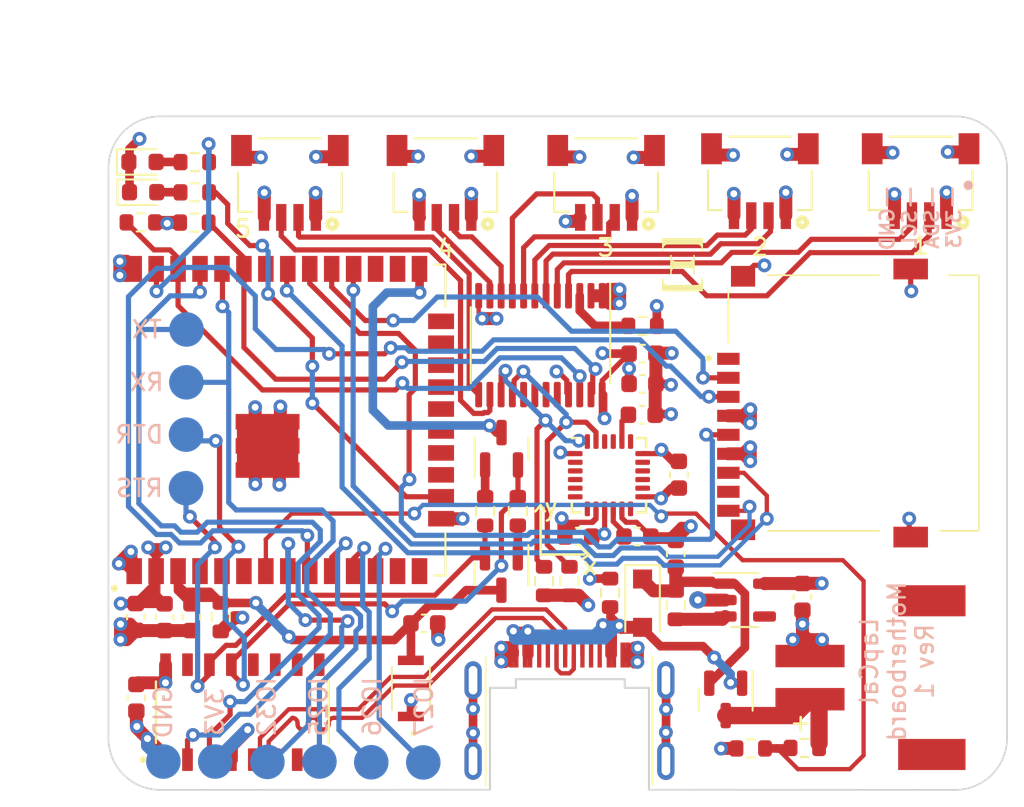
<source format=kicad_pcb>
(kicad_pcb (version 20221018) (generator pcbnew)
  (layers (0 "F.Cu" signal) (1 "In1.Cu" power) (2 "In2.Cu" power) (31 "B.Cu" signal) (34 "B.Paste" user) (35 "F.Paste" user) (36 "B.SilkS" user "B.Silkscreen") (37 "F.SilkS" user "F.Silkscreen") (38 "B.Mask" user) (39 "F.Mask" user) (44 "Edge.Cuts" user))
  (net 0 "")
  (net 1 "GND")
  (net 2 "VBUS")
  (net 4 "D+")
  (net 5 "D-")
  (net 9 "CS")
  (net 10 "MOSI")
  (net 11 "+3V3")
  (net 12 "SCLK")
  (net 13 "MISO")
  (net 14 "SD_DETECT")
  (net 15 "Net-(D2-Pad2)")
  (net 16 "Net-(C3-Pad1)")
  (net 17 "Net-(D3-Pad2)")
  (net 18 "Net-(Q2-Pad1)")
  (net 19 "DTR")
  (net 20 "GPIO0")
  (net 21 "Net-(Q3-Pad1)")
  (net 22 "RTS")
  (net 23 "EN")
  (net 27 "IO35")
  (net 28 "IO33")
  (net 29 "IO25")
  (net 30 "IO26")
  (net 33 "IO13")
  (net 45 "I2C1_SDA")
  (net 46 "PROG_TX")
  (net 47 "PROG_RX")
  (net 48 "I2C1_SCL")
  (net 49 "Net-(R5-Pad1)")
  (net 58 "Net-(R7-Pad2)")
  (net 59 "Sense1_SDA")
  (net 60 "Sense1_SCL")
  (net 61 "Sense2_SDA")
  (net 62 "Sense2_SCL")
  (net 63 "Sense3_SDA")
  (net 64 "Sense3_SCL")
  (net 65 "Sense4_SDA")
  (net 66 "Sense4_SCL")
  (net 67 "Sense5_SDA")
  (net 68 "Sense5_SCL")
  (net 69 "Net-(C13-Pad1)")
  (net 70 "Net-(C14-Pad1)")
  (net 75 "+3V8")
  (net 76 "Onboard_SDA")
  (net 77 "Onboard_SCL")
  (net 81 "IO27")
  (net 82 "IO32")
  (footprint "Resistor_SMD:R_0603_1608Metric" (layer "F.Cu") (at 158.81 115.31 180)
    (fp_text reference "R9")
    (fp_text value "100k")
  )
  (footprint "Resistor_SMD:R_0603_1608Metric" (layer "F.Cu") (at 150.67 106.3 90)
    (fp_text reference "R2")
    (fp_text value "100k")
  )
  (footprint "Resistor_SMD:R_0603_1608Metric" (layer "F.Cu") (at 126.64 81.36 180)
    (fp_text reference "R10")
    (fp_text value "5k")
  )
  (footprint "Resistor_SMD:R_0603_1608Metric" (layer "F.Cu") (at 146.85 105.62 90)
    (fp_text reference "R13")
    (fp_text value "4k7")
  )
  (footprint "lib_fp:JST_SM04B-SRSS-TB(LF)(SN)" (layer "F.Cu") (at 168.64 84.46 180)
    (fp_text reference "J3")
    (fp_text value locked "1")
  )
  (footprint "Resistor_SMD:R_0603_1608Metric" (layer "F.Cu") (at 126.615 84.86)
    (fp_text reference "R12")
    (fp_text value "3.7k")
  )
  (footprint "Package_TO_SOT_SMD:SOT-23" (layer "F.Cu") (at 157.36 112.47 -90)
    (fp_text reference "Q1")
    (fp_text value "HXY3401AI")
  )
  (footprint "Resistor_SMD:R_0603_1608Metric" (layer "F.Cu") (at 154.47 107.01 90)
    (fp_text reference "R5")
    (fp_text value "10k")
  )
  (footprint "Package_TO_SOT_SMD:SOT-23-5" (layer "F.Cu") (at 158.47 106.72)
    (fp_text reference "U2")
    (fp_text value "AP2112K-3.3")
  )
  (footprint "Resistor_SMD:R_0603_1608Metric" (layer "F.Cu") (at 123.51 84.85 180)
    (fp_text reference "R11")
    (fp_text value "3.7k")
  )
  (footprint "Capacitor_SMD:C_0603_1608Metric" (layer "F.Cu") (at 161.8 106.535 -90)
    (fp_text reference "C4")
    (fp_text value "1uF")
  )
  (footprint "Capacitor_SMD:C_0603_1608Metric" (layer "F.Cu") (at 123.255 112.38 -90)
    (fp_text reference "C5")
    (fp_text value "0.1uF")
  )
  (footprint "Capacitor_SMD:C_0603_1608Metric" (layer "F.Cu") (at 152.505 95.99)
    (fp_text reference "C14")
    (fp_text value "2.2nF")
  )
  (footprint "lib_fp:JST_SM04B-SRSS-TB(LF)(SN)" (layer "F.Cu") (at 159.34 84.46 180)
    (fp_text reference "J4")
    (fp_text value locked "2")
  )
  (footprint "Capacitor_SMD:C_0603_1608Metric" (layer "F.Cu") (at 152.545 92.45)
    (fp_text reference "C9")
    (fp_text value "10uF")
  )
  (footprint "lib_fp:HX25003-2AWB" (layer "F.Cu") (at 165.74 111.21 90)
    (fp_text reference "J8")
    (fp_text value "Conn_01x02_Female")
  )
  (footprint "Resistor_SMD:R_0603_1608Metric" (layer "F.Cu") (at 145.33 101.565 -90)
    (fp_text reference "R4")
    (fp_text value "10k")
  )
  (footprint "Capacitor_SMD:C_0603_1608Metric" (layer "F.Cu") (at 124.89 107.71 -90)
    (fp_text reference "C7")
    (fp_text value "22uF")
  )
  (footprint "Package_TO_SOT_SMD:SOT-23" (layer "F.Cu") (at 144.38 105.21 -90)
    (fp_text reference "Q3")
    (fp_text value "MMBT3904")
  )
  (footprint "Resistor_SMD:R_0603_1608Metric" (layer "F.Cu") (at 128.14 107.71 90)
    (fp_text reference "R1")
    (fp_text value "10k")
  )
  (footprint "LED_SMD:LED_0603_1608Metric" (layer "F.Cu") (at 123.61 81.35)
    (fp_text reference "D3")
    (fp_text value "green")
  )
  (footprint "Sensor_Motion:InvenSense_QFN-24_4x4mm_P0.5mm" (layer "F.Cu") (at 150.605 99.49)
    (fp_text reference "U5")
    (fp_text value "MPU-6050")
  )
  (footprint "lib_fp:TS2306A240GFMSM9_C388290" (layer "F.Cu") (at 139.14 111.835 90)
    (fp_text reference "S1")
    (fp_text value "TS2306A-240GF-MSM-9_C388290" hide)
  )
  (footprint "LED_SMD:LED_0603_1608Metric" (layer "F.Cu") (at 123.6475 83.1)
    (fp_text reference "D2")
    (fp_text value "blue")
  )
  (footprint "Resistor_SMD:R_0603_1608Metric" (layer "F.Cu") (at 126.64 83.11 180)
    (fp_text reference "R6")
    (fp_text value "5k")
  )
  (footprint "lib_fp:SOIC127P600X180-16N" (layer "F.Cu") (at 129.39 113.21 90)
    (fp_text reference "U3")
    (fp_text value "CH340C")
  )
  (footprint "lib_fp:xi-logo-bigger" (layer "F.Cu") (at 154.86 87.3)
    (fp_text reference "G***" hide)
    (fp_text value "LOGO" hide)
  )
  (footprint "Resistor_SMD:R_0603_1608Metric" (layer "F.Cu") (at 161.94 115.28 180)
    (fp_text reference "R8")
    (fp_text value "100k")
  )
  (footprint "Capacitor_SMD:C_0603_1608Metric" (layer "F.Cu") (at 154.65 99.46 90)
    (fp_text reference "C11")
    (fp_text value "0.1uF")
  )
  (footprint "lib_fp:JST_SM04B-SRSS-TB(LF)(SN)" (layer "F.Cu") (at 141.14 84.56 180)
    (fp_text reference "J6")
    (fp_text value locked "4")
  )
  (footprint "Package_TO_SOT_SMD:SOT-23" (layer "F.Cu") (at 144.39 97.96 90)
    (fp_text reference "Q2")
    (fp_text value "MMBT3904")
  )
  (footprint "Capacitor_SMD:C_0603_1608Metric" (layer "F.Cu") (at 123.23 107.695 -90)
    (fp_text reference "C8")
    (fp_text value "0.1uF")
  )
  (footprint "Package_SO:TSSOP-24_4.4x7.8mm_P0.65mm" (layer "F.Cu") (at 146.64 91.96 -90)
    (fp_text reference "U4")
    (fp_text value "TCA9548APWR")
  )
  (footprint "lib_fp:TYPE-C-31-M-14" (layer "F.Cu") (at 148.32 115)
    (fp_text reference "J1")
    (fp_text value "USB_C_Receptacle")
    (fp_line (start -4.6 -3.2) (end -4.6 2.7) (stroke (width 0.12)) (layer "Edge.Cuts"))
    (fp_line (start -3.1 -3.7) (end -3.1 -3.2) (stroke (width 0.12)) (layer "Edge.Cuts"))
    (fp_line (start -3.1 -3.2) (end -4.6 -3.2) (stroke (width 0.12)) (layer "Edge.Cuts"))
    (fp_line (start 3.2 -3.7) (end -3.1 -3.7) (stroke (width 0.12)) (layer "Edge.Cuts"))
    (fp_line (start 3.2 -3.2) (end 3.2 -3.7) (stroke (width 0.12)) (layer "Edge.Cuts"))
    (fp_line (start 4.6 -3.2) (end 3.2 -3.2) (stroke (width 0.12)) (layer "Edge.Cuts"))
    (fp_line (start 4.6 2.7) (end 4.6 -3.2) (stroke (width 0.12)) (layer "Edge.Cuts"))
  )
  (footprint "Capacitor_SMD:C_0603_1608Metric" (layer "F.Cu") (at 126.44 107.71 -90)
    (fp_text reference "C2")
    (fp_text value "0.1uF")
  )
  (footprint "Capacitor_SMD:C_0603_1608Metric" (layer "F.Cu") (at 139.92 108.07 180)
    (fp_text reference "C1")
    (fp_text value "0.1uF")
  )
  (footprint "Capacitor_SMD:C_0603_1608Metric" (layer "F.Cu") (at 152.545 94.2)
    (fp_text reference "C10")
    (fp_text value "0.1uF")
  )
  (footprint "Capacitor_SMD:C_0603_1608Metric" (layer "F.Cu") (at 152.25 103.04)
    (fp_text reference "C13")
    (fp_text value "0.1uF")
  )
  (footprint "Resistor_SMD:R_0603_1608Metric" (layer "F.Cu") (at 152.55 90.84 180)
    (fp_text reference "R7")
    (fp_text value "7k")
  )
  (footprint "Diode_SMD:D_SOD-123F" (layer "F.Cu") (at 152.55 106.9 -90)
    (fp_text reference "D1")
    (fp_text value "mbr120")
  )
  (footprint "lib_fp:XCVR_ESP32-WROOM-32E_(16MB)" (layer "F.Cu") (at 128.39 96.2925 90)
    (fp_text reference "U1")
    (fp_text value "ESP32-WROOM-32E_(16MB)")
  )
  (footprint "Resistor_SMD:R_0603_1608Metric" (layer "F.Cu") (at 143.44 101.565 90)
    (fp_text reference "R3")
    (fp_text value "10k")
  )
  (footprint "Capacitor_SMD:C_0603_1608Metric" (layer "F.Cu") (at 148.83 103.04)
    (fp_text reference "C12")
    (fp_text value "10nF")
  )
  (footprint "Capacitor_SMD:C_0603_1608Metric" (layer "F.Cu") (at 154.47 104.04 90)
    (fp_text reference "C3")
    (fp_text value "1uF")
  )
  (footprint "lib_fp:TF01A" (layer "F.Cu") (at 164.765 95.31 90)
    (fp_text reference "111" hide)
    (fp_text value "TF-01A" hide)
  )
  (footprint "lib_fp:JST_SM04B-SRSS-TB(LF)(SN)" (layer "F.Cu") (at 132.14 84.56 180)
    (fp_text reference "J7")
    (fp_text value locked "5")
  )
  (footprint "Resistor_SMD:R_0603_1608Metric" (layer "F.Cu") (at 148.32 105.62 90)
    (fp_text reference "R14")
    (fp_text value "4k7")
  )
  (footprint "lib_fp:JST_SM04B-SRSS-TB(LF)(SN)" (layer "F.Cu") (at 150.44 84.56 180)
    (fp_text reference "J5")
    (fp_text value locked "3")
  )
  (footprint "TestPoint:TestPoint_Pad_D2.0mm" (layer "B.Cu") (at 127.82 116.07 -90)
    (fp_text reference locked "TP1")
    (fp_text value "3V3")
  )
  (footprint "TestPoint:TestPoint_Pad_D2.0mm" (layer "B.Cu") (at 126.15 94.11 -90)
    (fp_text reference "TP8")
    (fp_text value "RX")
  )
  (footprint "TestPoint:TestPoint_Pad_D2.0mm" (layer "B.Cu") (at 126.13 100.24 180)
    (fp_text reference "TP10")
    (fp_text value "RTS")
  )
  (footprint "TestPoint:TestPoint_Pad_D2.0mm" (layer "B.Cu") (at 126.13 97.14 180)
    (fp_text reference "TP9")
    (fp_text value "DTR")
  )
  (footprint "TestPoint:TestPoint_Pad_D2.0mm" (layer "B.Cu") (at 130.84 116.09 -90)
    (fp_text reference locked "TP5")
    (fp_text value "IO32")
  )
  (footprint "TestPoint:TestPoint_Pad_D2.0mm" (layer "B.Cu") (at 136.85 116.11 -90)
    (fp_text reference "TP3")
    (fp_text value "IO26")
  )
  (footprint "TestPoint:TestPoint_Pad_D2.0mm" (layer "B.Cu") (at 126.16 91.05 -90)
    (fp_text reference locked "TP7")
    (fp_text value "TX")
  )
  (footprint "TestPoint:TestPoint_Pad_D2.0mm" (layer "B.Cu") (at 139.86 116.12 -90)
    (fp_text reference locked "TP4")
    (fp_text value "IO27")
  )
  (footprint "TestPoint:TestPoint_Pad_D2.0mm" (layer "B.Cu") (at 133.85 116.07 -90)
    (fp_text reference locked "TP2")
    (fp_text value "IO25")
  )
  (footprint "TestPoint:TestPoint_Pad_D2.0mm" (layer "B.Cu") (at 124.82 116.07 -90)
    (fp_text reference locked "TP6")
    (fp_text value "GND")
  )
  (gr_line (start 170.48 83.85) (end 170.48 82.89) (stroke (width 0.15)) (layer "B.SilkS"))
  (gr_line (start 166.7 83.87) (end 166.7 82.91) (stroke (width 0.15)) (layer "B.SilkS"))
  (gr_line (start 169.32 83.85) (end 169.32 82.89) (stroke (width 0.15)) (layer "B.SilkS"))
  (gr_circle (center 171.4 82.7) (end 171.6 82.7) (stroke (width 0.15)) (fill solid) (layer "B.SilkS"))
  (gr_line (start 168.06 83.86) (end 168.06 82.9) (stroke (width 0.15)) (layer "B.SilkS"))
  (gr_line (start 149.45 104.08) (end 149.1 104.33) (stroke (width 0.15)) (layer "F.SilkS"))
  (gr_line (start 146.65 101.58) (end 146.65 104.08) (stroke (width 0.15)) (layer "F.SilkS"))
  (gr_line (start 149.1 103.78) (end 149.45 104.08) (stroke (width 0.15)) (layer "F.SilkS"))
  (gr_line (start 146.65 104.08) (end 149.15 104.08) (stroke (width 0.15)) (layer "F.SilkS"))
  (gr_line (start 146.35 101.58) (end 146.65 101.23) (stroke (width 0.15)) (layer "F.SilkS"))
  (gr_line (start 146.65 101.23) (end 146.9 101.58) (stroke (width 0.15)) (layer "F.SilkS"))
  (gr_arc (start 121.64 81.71) (mid 122.51868 79.58868) (end 124.64 78.71) (stroke (width 0.1)) (layer "Edge.Cuts"))
  (gr_arc (start 124.64 117.71) (mid 122.51868 116.83132) (end 121.64 114.71) (stroke (width 0.1)) (layer "Edge.Cuts"))
  (gr_arc (start 170.64 78.71) (mid 172.76132 79.58868) (end 173.64 81.71) (stroke (width 0.1)) (layer "Edge.Cuts"))
  (gr_line (start 143.72 117.7) (end 124.64 117.71) (stroke (width 0.1)) (layer "Edge.Cuts"))
  (gr_line (start 170.64 117.71) (end 152.92 117.7) (stroke (width 0.1)) (layer "Edge.Cuts"))
  (gr_line (start 170.64 78.71) (end 124.64 78.71) (stroke (width 0.1)) (layer "Edge.Cuts"))
  (gr_line (start 173.64 81.71) (end 173.64 114.71) (stroke (width 0.1)) (layer "Edge.Cuts"))
  (gr_line (start 121.64 114.71) (end 121.64 81.71) (stroke (width 0.1)) (layer "Edge.Cuts"))
  (gr_arc (start 173.64 114.71) (mid 172.76132 116.83132) (end 170.64 117.71) (stroke (width 0.1)) (layer "Edge.Cuts"))
  (gr_text "GND\nSCL\nSDA\n3V3" (at 168.64 85.24 90) (layer "B.SilkS") (effects (font (size 0.8 0.8)) (justify mirror)))
  (gr_text "LapCal\nMotherboard\nRev 1\n" (at 167.27 110.27 90) (layer "B.SilkS") (effects (font (size 1 1)) (justify mirror)))
  (gr_text "+" (at 161.7 113.8) (layer "F.SilkS") (effects (font (size 1 1)) (justify mirror)))
  (gr_text "y" (at 147.25 101.33) (layer "F.SilkS") (effects (font (size 1 1))))
  (gr_text "x" (at 149.51 104.75) (layer "F.SilkS") (effects (font (size 1 1))))
  (segment (start 130.13 95.55) (end 130.13 96.19) (width 0.75) (layer "F.Cu") (net 1))
  (segment (start 151.21 89.54) (end 150.6575 89.54) (width 0.75) (layer "F.Cu") (net 1))
  (segment (start 153.91 114.37) (end 153.9 114.38) (width 0.5) (layer "F.Cu") (net 1))
  (segment (start 155.750028 106.71) (end 155.749528 106.7095) (width 0.5) (layer "F.Cu") (net 1))
  (segment (start 161.8 108.7) (end 162.11 109.01) (width 0.75) (layer "F.Cu") (net 1))
  (segment (start 153.32 94.2) (end 154.140046 94.2) (width 0.5) (layer "F.Cu") (net 1))
  (segment (start 122.3 87.1) (end 122.3 87.92) (width 0.75) (layer "F.Cu") (net 1))
  (segment (start 153.91 113.04) (end 153.91 114.37) (width 0.5) (layer "F.Cu") (net 1))
  (segment (start 161.24 109.01) (end 161.29 109.01) (width 0.75) (layer "F.Cu") (net 1))
  (segment (start 151.2125 89.0975) (end 151.22 89.09) (width 0.75) (layer "F.Cu") (net 1))
  (segment (start 153.9 116.04) (end 153.9 114.38) (width 0.5) (layer "F.Cu") (net 1))
  (segment (start 158.78 98.68) (end 158.78 98.63) (width 0.75) (layer "F.Cu") (net 1))
  (segment (start 151.22 89.53) (end 151.21 89.54) (width 0.75) (layer "F.Cu") (net 1))
  (segment (start 157.3325 106.72) (end 155.760028 106.72) (width 0.75) (layer "F.Cu") (net 1))
  (segment (start 155.760028 106.72) (end 155.749528 106.7095) (width 0.75) (layer "F.Cu") (net 1))
  (segment (start 147.565087 93.4855) (end 147.651896 93.4855) (width 0.3) (layer "F.Cu") (net 1))
  (segment (start 152.555 98.24) (end 153.41 98.24) (width 0.3) (layer "F.Cu") (net 1))
  (segment (start 147.7895 98.171422) (end 147.858578 98.2405) (width 0.3) (layer "F.Cu") (net 1))
  (segment (start 144.565 110.28) (end 144.945 109.9) (width 0.75) (layer "F.Cu") (net 1))
  (segment (start 150.215 89.0975) (end 149.74 89.0975) (width 0.75) (layer "F.Cu") (net 1))
  (segment (start 139.62 84.54) (end 139.64 84.56) (width 0.75) (layer "F.Cu") (net 1))
  (segment (start 153.28 94.24) (end 153.32 94.2) (width 0.75) (layer "F.Cu") (net 1))
  (segment (start 154.18 103.04) (end 154.780451 102.439549) (width 0.5) (layer "F.Cu") (net 1))
  (segment (start 130.46 81.08) (end 129.735 81.08) (width 0.75) (layer "F.Cu") (net 1))
  (segment (start 152.25 110.3) (end 152.25 109.5) (width 0.75) (layer "F.Cu") (net 1))
  (segment (start 122.3 87.1) (end 122.6875 87.1) (width 0.75) (layer "F.Cu") (net 1))
  (segment (start 161.29 109.01) (end 162.24 109.96) (width 0.75) (layer "F.Cu") (net 1))
  (segment (start 139.15 113.45) (end 139.14 113.46) (width 0.5) (layer "F.Cu") (net 1))
  (segment (start 122.94 103.91) (end 122.94 104.8525) (width 0.75) (layer "F.Cu") (net 1))
  (segment (start 151.603958 102.215) (end 152.2 102.215) (width 0.3) (layer "F.Cu") (net 1))
  (segment (start 122.24 104.61) (end 122.94 103.91) (width 0.75) (layer "F.Cu") (net 1))
  (segment (start 151.355 101.966042) (end 151.603958 102.215) (width 0.3) (layer "F.Cu") (net 1))
  (segment (start 148.165 94.7225) (end 148.265 94.8225) (width 0.3) (layer "F.Cu") (net 1))
  (segment (start 129.45 96.3925) (end 132.25 99.1925) (width 0.75) (layer "F.Cu") (net 1))
  (segment (start 144.1 90.42) (end 143.2645 90.42) (width 0.75) (layer "F.Cu") (net 1))
  (segment (start 122.94 104.8525) (end 123.13 105.0425) (width 0.75) (layer "F.Cu") (net 1))
  (segment (start 143.065 89.0975) (end 143.065 90.2205) (width 0.25) (layer "F.Cu") (net 1))
  (segment (start 134.575 81.05) (end 134.94 80.685) (width 0.75) (layer "F.Cu") (net 1))
  (segment (start 123.44 80.01) (end 122.86 80.59) (width 0.5) (layer "F.Cu") (net 1))
  (segment (start 139.55 81.03) (end 138.685 81.03) (width 0.75) (layer "F.Cu") (net 1))
  (segment (start 132.25 99.1925) (end 132.25 96.3925) (width 0.75) (layer "F.Cu") (net 1))
  (segment (start 148.71 84.79) (end 148.94 84.56) (width 0.75) (layer "F.Cu") (net 1))
  (segment (start 151.22 88.73) (end 151.22 89.09) (width 0.75) (layer "F.Cu") (net 1))
  (segment (start 152.105 109.49) (end 151.695 109.9) (width 0.75) (layer "F.Cu") (net 1))
  (segment (start 167.13 84.45) (end 167.14 84.46) (width 0.75) (layer "F.Cu") (net 1))
  (segment (start 122.34 109.01) (end 122.69 109.01) (width 0.75) (layer "F.Cu") (net 1))
  (segment (start 153.32 92.45) (end 153.32 94.2) (width 0.75) (layer "F.Cu") (net 1))
  (segment (start 150.355 102.8755) (end 150.355 101.44) (width 0.3) (layer "F.Cu") (net 1))
  (segment (start 157.79 80.95) (end 156.905 80.95) (width 0.75) (layer "F.Cu") (net 1))
  (segment (start 154.24 92.42) (end 153.35 92.42) (width 0.75) (layer "F.Cu") (net 1))
  (segment (start 131.53 99.28) (end 131.6175 99.1925) (width 0.75) (layer "F.Cu") (net 1))
  (segment (start 130.85 96.3925) (end 130.85 99.1925) (width 0.75) (layer "F.Cu") (net 1))
  (segment (start 150.67 105.475) (end 149.507877 105.475) (width 0.5) (layer "F.Cu") (net 1))
  (segment (start 122.6975 104.61) (end 123.13 105.0425) (width 0.75) (layer "F.Cu") (net 1))
  (segment (start 150.215 89.0975) (end 151.2125 89.0975) (width 0.75) (layer "F.Cu") (net 1))
  (segment (start 140.695 108.965) (end 140.74 109.01) (width 0.75) (layer "F.Cu") (net 1))
  (segment (start 138.685 81.03) (end 138.34 80.685) (width 0.75) (layer "F.Cu") (net 1))
  (segment (start 159.6 87.3345) (end 159.0005 87.3345) (width 0.3) (layer "F.Cu") (net 1))
  (segment (start 124.945 115.96) (end 124.945 115.785) (width 0.75) (layer "F.Cu") (net 1))
  (segment (start 154.315 98.685) (end 153.64 98.01) (width 0.5) (layer "F.Cu") (net 1))
  (segment (start 161.24 109.01) (end 162.11 109.01) (width 0.75) (layer "F.Cu") (net 1))
  (segment (start 122.69 109.01) (end 123.23 108.47) (width 0.75) (layer "F.Cu") (net 1))
  (segment (start 148.9 81.06) (end 148.015 81.06) (width 0.75) (layer "F.Cu") (net 1))
  (segment (start 129.45 97.7925) (end 132.25 97.7925) (width 0.75) (layer "F.Cu") (net 1))
  (segment (start 171.255 80.77) (end 171.44 80.585) (width 0.75) (layer "F.Cu") (net 1))
  (segment (start 131.53 100.04) (end 131.53 99.28) (width 0.75) (layer "F.Cu") (net 1))
  (segment (start 151.355 101.44) (end 151.355 101.966042) (width 0.3) (layer "F.Cu") (net 1))
  (segment (start 153.025 103.04) (end 154.18 103.04) (width 0.5) (layer "F.Cu") (net 1))
  (segment (start 130.1975 99.1925) (end 131.6175 99.1925) (width 0.75) (layer "F.Cu") (net 1))
  (segment (start 139.15 112.5) (end 139.15 113.45) (width 0.5) (layer "F.Cu") (net 1))
  (segment (start 153.91 111.37) (end 153.9 111.36) (width 0.5) (layer "F.Cu") (net 1))
  (segment (start 129.45 96.3925) (end 129.45 99.1925) (width 0.75) (layer "F.Cu") (net 1))
  (segment (start 123.245 108.485) (end 123.23 108.47) (width 0.75) (layer "F.Cu") (net 1))
  (segment (start 139.62 83.26) (end 139.62 84.54) (width 0.75) (layer "F.Cu") (net 1))
  (segment (start 150.5825 88.73) (end 150.215 89.0975) (width 0.75) (layer "F.Cu") (net 1))
  (segment (start 152.25 109.49) (end 152.105 109.49) (width 0.75) (layer "F.Cu") (net 1))
  (segment (start 130.14 100.01) (end 130.14 99.25) (width 0.75) (layer "F.Cu") (net 1))
  (segment (start 153.28 95.99) (end 153.28 94.24) (width 0.75) (layer "F.Cu") (net 1))
  (segment (start 157.84 84.46) (end 157.84 83.2) (width 0.75) (layer "F.Cu") (net 1))
  (segment (start 130.14 99.25) (end 130.1975 99.1925) (width 0.75) (layer "F.Cu") (net 1))
  (segment (start 144.79 109.47) (end 145.02 109.7) (width 0.75) (layer "F.Cu") (net 1))
  (segment (start 152.105 110.31) (end 151.695 109.9) (width 0.75) (layer "F.Cu") (net 1))
  (segment (start 130.66 83.12) (end 130.66 84.54) (width 0.75) (layer "F.Cu") (net 1))
  (segment (start 153.35 92.42) (end 153.32 92.45) (width 0.75) (layer "F.Cu") (net 1))
  (segment (start 157.1 115.31) (end 157.09 115.32) (width 0.75) (layer "F.Cu") (net 1))
  (segment (start 158.78 97.87) (end 158.78 98.68) (width 0.75) (layer "F.Cu") (net 1))
  (segment (start 152.23 109.51) (end 152.25 109.49) (width 0.75) (layer "F.Cu") (net 1))
  (segment (start 158.78 98.63) (end 158.4 98.25) (width 0.75) (layer "F.Cu") (net 1))
  (segment (start 123.255 113.155) (end 123.255 114.01) (width 0.75) (layer "F.Cu") (net 1))
  (segment (start 143.605 81.02) (end 143.94 80.685) (width 0.75) (layer "F.Cu") (net 1))
  (segment (start 151.22 88.73) (end 150.5825 88.73) (width 0.75) (layer "F.Cu") (net 1))
  (segment (start 161.8 108.11) (end 161.8 107.31) (width 0.75) (layer "F.Cu") (net 1))
  (segment (start 154.65 98.685) (end 154.315 98.685) (width 0.5) (layer "F.Cu") (net 1))
  (segment (start 129.45 99.1925) (end 130.1975 99.1925) (width 0.75) (layer "F.Cu") (net 1))
  (segment (start 148.1 84.79) (end 148.71 84.79) (width 0.75) (layer "F.Cu") (net 1))
  (segment (start 154.140046 94.2) (end 154.195023 94.254977) (width 0.5) (layer "F.Cu") (net 1))
  (segment (start 152.835 81.09) (end 153.24 80.685) (width 0.75) (layer "F.Cu") (net 1))
  (segment (start 142.74 113.01) (end 142.74 111.36) (width 0.5) (layer "F.Cu") (net 1))
  (segment (start 130.85 99.1925) (end 129.45 97.7925) (width 0.75) (layer "F.Cu") (net 1))
  (segment (start 154.780451 102.439549) (end 155.344951 102.439549) (width 0.5) (layer "F.Cu") (net 1))
  (segment (start 131.5975 96.3925) (end 132.25 96.3925) (width 0.75) (layer "F.Cu") (net 1))
  (segment (start 122.6875 87.1) (end 123.13 87.5425) (width 0.75) (layer "F.Cu") (net 1))
  (segment (start 129.735 81.08) (end 129.34 80.685) (width 0.75) (layer "F.Cu") (net 1))
  (segment (start 140.695 108.07) (end 140.695 108.965) (width 0.75) (layer "F.Cu") (net 1))
  (segment (start 153.91 113.04) (end 153.91 111.37) (width 0.5) (layer "F.Cu") (net 1))
  (segment (start 152.23 110.31) (end 152.105 110.31) (width 0.75) (layer "F.Cu") (net 1))
  (segment (start 122.3 87.92) (end 122.7525 87.92) (width 0.75) (layer "F.Cu") (net 1))
  (segment (start 145.02 109.7) (end 145.02 109.9) (width 0.75) (layer "F.Cu") (net 1))
  (segment (start 142.63 81.02) (end 143.605 81.02) (width 0.75) (layer "F.Cu") (net 1))
  (segment (start 161.8 108.11) (end 161.8 108.7) (width 0.75) (layer "F.Cu") (net 1))
  (segment (start 129.45 96.3925) (end 130.3325 96.3925) (width 0.75) (layer "F.Cu") (net 1))
  (segment (start 123.255 114.01) (end 123.285 114.04) (width 0.75) (layer "F.Cu") (net 1))
  (segment (start 156.905 80.95) (end 156.54 80.585) (width 0.75) (layer "F.Cu") (net 1))
  (segment (start 150.2505 102.98) (end 150.34 102.8905) (width 0.5) (layer "F.Cu") (net 1))
  (segment (start 122.24 104.61) (end 122.6975 104.61) (width 0.75) (layer "F.Cu") (net 1))
  (segment (start 130.85 96.3925) (end 132.25 97.7925) (width 0.75) (layer "F.Cu") (net 1))
  (segment (start 148.015 81.06) (end 147.64 80.685) (width 0.75) (layer "F.Cu") (net 1))
  (segment (start 147.858578 98.2405) (end 148.655 98.2405) (width 0.3) (layer "F.Cu") (net 1))
  (segment (start 133.65 81.05) (end 134.575 81.05) (width 0.75) (layer "F.Cu") (net 1))
  (segment (start 170.21 80.77) (end 171.255 80.77) (width 0.75) (layer "F.Cu") (net 1))
  (segment (start 131.59 96.385) (end 131.5975 96.3925) (width 0.75) (layer "F.Cu") (net 1))
  (segment (start 162.94 109.01) (end 162.94 109.26) (width 0.75) (layer "F.Cu") (net 1))
  (segment (start 157.84 83.2) (end 157.83 83.19) (width 0.75) (layer "F.Cu") (net 1))
  (segment (start 158.4 98.25) (end 158.78 97.87) (width 0.75) (layer "F.Cu") (net 1))
  (segment (start 157.985 115.31) (end 157.1 115.31) (width 0.75) (layer "F.Cu") (net 1))
  (segment (start 152.2 102.215) (end 153.025 103.04) (width 0.3) (layer "F.Cu") (net 1))
  (segment (start 123.285 114.04) (end 123.285 114.125) (width 0.75) (layer "F.Cu") (net 1))
  (segment (start 153.32 95.95) (end 153.28 95.99) (width 0.5) (layer "F.Cu") (net 1))
  (segment (start 131.6175 99.1925) (end 132.25 99.1925) (width 0.75) (layer "F.Cu") (net 1))
  (segment (start 162.11 109.01) (end 162.94 109.01) (width 0.75) (layer "F.Cu") (net 1))
  (segment (start 124.945 115.785) (end 123.9 114.74) (width 0.75) (layer "F.Cu") (net 1))
  (segment (start 129.45 97.7925) (end 130.85 96.3925) (width 0.75) (layer "F.Cu") (net 1))
  (segment (start 147.651896 93.4855) (end 148.165 93.998604) (width 0.3) (layer "F.Cu") (net 1))
  (segment (start 142.74 114.41) (end 142.74 113.01) (width 0.5) (layer "F.Cu") (net 1))
  (segment (start 131.59 95.51) (end 131.59 96.385) (width 0.75) (layer "F.Cu") (net 1))
  (segment (start 129.45 99.1925) (end 132.25 96.3925) (width 0.75) (layer "F.Cu") (net 1))
  (segment (start 167.02 80.81) (end 166.065 80.81) (width 0.75) (layer "F.Cu") (net 1))
  (segment (start 148.165 93.998604) (end 148.165 94.7225) (width 0.3) (layer "F.Cu") (net 1))
  (segment (start 152.03 81.09) (end 152.835 81.09) (width 0.75) (layer "F.Cu") (net 1))
  (segment (start 123.285 114.125) (end 123.9 114.74) (width 0.75) (layer "F.Cu") (net 1))
  (segment (start 142.14 102.01) (end 140.8925 102.01) (width 0.75) (layer "F.Cu") (net 1))
  (segment (start 159.0005 87.3345) (end 158.365 87.97) (width 0.3) (layer "F.Cu") (net 1))
  (segment (start 168.065 88.795) (end 168.1 88.83) (width 0.3) (layer "F.Cu") (net 1))
  (segment (start 122.34 108.11) (end 122.87 108.11) (width 0.75) (layer "F.Cu") (net 1))
  (segment (start 154.5645 103.22) (end 153.025 103.22) (width 0.5) (layer "F.Cu") (net 1))
  (segment (start 130.13 96.19) (end 130.3325 96.3925) (width 0.75) (layer "F.Cu") (net 1))
  (segment (start 122.87 108.11) (end 123.23 108.47) (width 0.75) (layer "F.Cu") (net 1))
  (segment (start 140.8925 102.01) (end 140.89 102.0075) (width 0.75) (layer "F.Cu") (net 1))
  (segment (start 144.37 109.47) (end 144.79 109.47) (width 0.75) (layer "F.Cu") (net 1))
  (segment (start 144.37 110.28) (end 144.565 110.28) (width 0.75) (layer "F.Cu") (net 1))
  (segment (start 167.98 102.985) (end 168.065 103.07) (width 0.3) (layer "F.Cu") (net 1))
  (segment (start 155.344951 102.439549) (end 154.5645 103.22) (width 0.5) (layer "F.Cu") (net 1))
  (segment (start 167.13 83.21) (end 167.13 84.45) (width 0.75) (layer "F.Cu") (net 1))
  (segment (start 157.515 98.25) (end 158.4 98.25) (width 0.75) (layer "F.Cu") (net 1))
  (segment (start 167.98 102) (end 167.98 102.985) (width 0.3) (layer "F.Cu") (net 1))
  (segment (start 153.41 98.24) (end 153.64 98.01) (width 0.3) (layer "F.Cu") (net 1))
  (segment (start 168.065 87.55) (end 168.065 88.795) (width 0.3) (layer "F.Cu") (net 1))
  (segment (start 166.065 80.81) (end 165.84 80.585) (width 0.75) (layer "F.Cu") (net 1))
  (segment (start 143.065 90.2205) (end 143.2645 90.42) (width 0.25) (layer "F.Cu") (net 1))
  (segment (start 130.3325 96.3925) (end 131.5975 96.3925) (width 0.75) (layer "F.Cu") (net 1))
  (segment (start 161.815 80.91) (end 162.14 80.585) (width 0.75) (layer "F.Cu") (net 1))
  (segment (start 132.25 97.7925) (end 130.85 99.1925) (width 0.75) (layer "F.Cu") (net 1))
  (segment (start 162.94 109.26) (end 162.24 109.96) (width 0.75) (layer "F.Cu") (net 1))
  (segment (start 151.22 89.09) (end 151.22 89.53) (width 0.75) (layer "F.Cu") (net 1))
  (segment (start 122.86 80.59) (end 122.86 83.1) (width 0.5) (layer "F.Cu") (net 1))
  (segment (start 122.34 108.11) (end 122.34 109.01) (width 0.75) (layer "F.Cu") (net 1))
  (segment (start 122.7525 87.92) (end 123.13 87.5425) (width 0.75) (layer "F.Cu") (net 1))
  (segment (start 142.74 114.41) (end 142.74 116.03) (width 0.5) (layer "F.Cu") (net 1))
  (segment (start 126.44 108.485) (end 123.245 108.485) (width 0.75) (layer "F.Cu") (net 1))
  (segment (start 144.37 109.47) (end 144.37 110.28) (width 0.75) (layer "F.Cu") (net 1))
  (segment (start 154.2 95.95) (end 153.32 95.95) (width 0.5) (layer "F.Cu") (net 1))
  (segment (start 160.92 80.91) (end 161.815 80.91) (width 0.75) (layer "F.Cu") (net 1))
  (segment (start 150.6575 89.54) (end 150.215 89.0975) (width 0.75) (layer "F.Cu") (net 1))
  (segment (start 149.605 102.98) (end 150.2505 102.98) (width 0.5) (layer "F.Cu") (net 1))
  (via (at 131.53 100.04) (size 0.8) (drill 0.4) (layers "F.Cu" "B.Cu") (net 1))
  (via (at 144.37 109.47) (size 0.8) (drill 0.4) (layers "F.Cu" "B.Cu") (net 1))
  (via (at 130.46 81.08) (size 0.8) (drill 0.4) (layers "F.Cu" "B.Cu") (net 1))
  (via (at 142.74 114.41) (size 0.8) (drill 0.4) (layers "F.Cu" "B.Cu") (net 1))
  (via (at 161.24 109.01) (size 0.8) (drill 0.4) (layers "F.Cu" "B.Cu") (net 1))
  (via (at 153.64 98.01) (size 0.8) (drill 0.4) (layers "F.Cu" "B.Cu") (net 1))
  (via (at 157.79 80.95) (size 0.8) (drill 0.4) (layers "F.Cu" "B.Cu") (net 1))
  (via (at 133.65 81.05) (size 0.8) (drill 0.4) (layers "F.Cu" "B.Cu") (net 1))
  (via (at 152.27 109.48) (size 0.8) (drill 0.4) (layers "F.Cu" "B.Cu") (net 1))
  (via (at 122.3 87.1) (size 0.8) (drill 0.4) (layers "F.Cu" "B.Cu") (net 1))
  (via (at 142.63 81.02) (size 0.8) (drill 0.4) (layers "F.Cu" "B.Cu") (net 1))
  (via (at 148.1 84.79) (size 0.8) (drill 0.4) (layers "F.Cu" "B.Cu") (net 1))
  (via (at 168.1 88.83) (size 0.8) (drill 0.4) (layers "F.Cu" "B.Cu") (net 1))
  (via (at 144.1 90.42) (size 0.8) (drill 0.4) (layers "F.Cu" "B.Cu") (net 1))
  (via (at 144.37 110.28) (size 0.8) (drill 0.4) (layers "F.Cu" "B.Cu") (net 1))
  (via (at 139.62 83.26) (size 0.8) (drill 0.4) (layers "F.Cu" "B.Cu") (net 1))
  (via (at 122.34 109.01) (size 0.8) (drill 0.4) (layers "F.Cu" "B.Cu") (net 1))
  (via (at 158.78 98.68) (size 0.8) (drill 0.4) (layers "F.Cu" "B.Cu") (net 1))
  (via (at 122.3 87.92) (size 0.8) (drill 0.4) (layers "F.Cu" "B.Cu") (net 1))
  (via (at 157.83 83.19) (size 0.8) (drill 0.4) (layers "F.Cu" "B.Cu") (net 1))
  (via (at 152.25 110.3) (size 0.8) (drill 0.4) (layers "F.Cu" "B.Cu") (net 1))
  (via (at 153.91 113.04) (size 0.8) (drill 0.4) (layers "F.Cu" "B.Cu") (net 1))
  (via (at 154.24 92.42) (size 0.8) (drill 0.4) (layers "F.Cu" "B.Cu") (net 1))
  (via (at 170.21 80.77) (size 0.8) (drill 0.4) (layers "F.Cu" "B.Cu") (net 1))
  (via (at 122.24 104.61) (size 0.8) (drill 0.4) (layers "F.Cu" "B.Cu") (net 1))
  (via (at 131.59 95.51) (size 0.8) (drill 0.4) (layers "F.Cu" "B.Cu") (net 1))
  (via (at 161.8 108.11) (size 0.8) (drill 0.4) (layers "F.Cu" "B.Cu") (net 1))
  (via (at 158.78 97.87) (size 0.8) (drill 0.4) (layers "F.Cu" "B.Cu") (net 1))
  (via (at 167.98 102) (size 0.8) (drill 0.4) (layers "F.Cu" "B.Cu") (net 1))
  (via (at 162.94 109.01) (size 0.8) (drill 0.4) (layers "F.Cu" "B.Cu") (net 1))
  (via (at 123.9 114.74) (size 0.8) (drill 0.4) (layers "F.Cu" "B.Cu") (net 1))
  (via (at 167.13 83.21) (size 0.8) (drill 0.4) (layers "F.Cu" "B.Cu") (net 1))
  (via (at 159.6 87.3345) (size 0.8) (drill 0.4) (layers "F.Cu" "B.Cu") (net 1))
  (via (at 130.14 100.01) (size 0.8) (drill 0.4) (layers "F.Cu" "B.Cu") (net 1))
  (via (at 160.92 80.91) (size 0.8) (drill 0.4) (layers "F.Cu" "B.Cu") (net 1))
  (via (at 123.285 114.04) (size 0.8) (drill 0.4) (layers "F.Cu" "B.Cu") (net 1))
  (via (at 155.344951 102.439549) (size 0.8) (drill 0.4) (layers "F.Cu" "B.Cu") (net 1))
  (via (at 151.22 88.73) (size 0.8) (drill 0.4) (layers "F.Cu" "B.Cu") (net 1))
  (via (at 148.9 81.06) (size 0.8) (drill 0.4) (layers "F.Cu" "B.Cu") (net 1))
  (via (at 150.34 102.8905) (size 0.8) (drill 0.4) (layers "F.Cu" "B.Cu") (net 1))
  (via (at 157.09 115.32) (size 0.8) (drill 0.4) (layers "F.Cu" "B.Cu") (net 1))
  (via (at 149.496401 105.486476) (size 0.8) (drill 0.4) (layers "F.Cu" "B.Cu") (net 1))
  (via (at 153.9 114.38) (size 0.8) (drill 0.4) (layers "F.Cu" "B.Cu") (net 1))
  (via (at 151.21 89.54) (size 0.8) (drill 0.4) (layers "F.Cu" "B.Cu") (net 1))
  (via (at 147.565087 93.4855) (size 0.8) (drill 0.4) (layers "F.Cu" "B.Cu") (net 1))
  (via (at 154.2 95.95) (size 0.8) (drill 0.4) (layers "F.Cu" "B.Cu") (net 1))
  (via (at 143.2645 90.42) (size 0.8) (drill 0.4) (layers "F.Cu" "B.Cu") (net 1))
  (via (at 123.44 80.01) (size 0.8) (drill 0.4) (layers "F.Cu" "B.Cu") (net 1))
  (via (at 130.66 83.12) (size 0.8) (drill 0.4) (layers "F.Cu" "B.Cu") (net 1))
  (via (at 142.14 102.01) (size 0.8) (drill 0.4) (layers "F.Cu" "B.Cu") (net 1))
  (via (at 147.7895 98.171422) (size 0.8) (drill 0.4) (layers "F.Cu" "B.Cu") (net 1))
  (via (at 122.34 108.11) (size 0.8) (drill 0.4) (layers "F.Cu" "B.Cu") (net 1))
  (via (at 140.74 109.01) (size 0.8) (drill 0.4) (layers "F.Cu" "B.Cu") (net 1))
  (via (at 122.94 103.91) (size 0.8) (drill 0.4) (layers "F.Cu" "B.Cu") (net 1))
  (via (at 139.55 81.03) (size 0.8) (drill 0.4) (layers "F.Cu" "B.Cu") (net 1))
  (via (at 142.74 113.01) (size 0.8) (drill 0.4) (layers "F.Cu" "B.Cu") (net 1))
  (via (at 152.03 81.09) (size 0.8) (drill 0.4) (layers "F.Cu" "B.Cu") (net 1))
  (via (at 155.749528 106.7095) (size 1) (drill 0.4) (layers "F.Cu" "B.Cu") (net 1))
  (via (at 167.02 80.81) (size 0.8) (drill 0.4) (layers "F.Cu" "B.Cu") (net 1))
  (via (at 139.15 112.5) (size 0.8) (drill 0.4) (layers "F.Cu" "B.Cu") (net 1))
  (via (at 154.195023 94.254977) (size 0.8) (drill 0.4) (layers "F.Cu" "B.Cu") (net 1))
  (via (at 130.13 95.55) (size 0.8) (drill 0.4) (layers "F.Cu" "B.Cu") (net 1))
  (segment (start 123.9 114.74) (end 123.9 115.15) (width 0.75) (layer "B.Cu") (net 1))
  (segment (start 123.9 115.15) (end 124.82 116.07) (width 0.75) (layer "B.Cu") (net 1))
  (segment (start 153.59 109.39) (end 152.5 108.3) (width 0.5) (layer "F.Cu") (net 2))
  (segment (start 145.845 108.75) (end 145.845 109.9) (width 0.5) (layer "F.Cu") (net 2))
  (segment (start 145.995 108.605) (end 145.995 109.9) (width 0.5) (layer "F.Cu") (net 2))
  (segment (start 157.6725 111.5325) (end 157.641938 111.501938) (width 0.5) (layer "F.Cu") (net 2))
  (segment (start 151.2 108.2) (end 150.82 108.58) (width 0.5) (layer "F.Cu") (net 2))
  (segment (start 145.82 108.725) (end 145.845 108.75) (width 0.5) (layer "F.Cu") (net 2))
  (segment (start 156.04 109.39) (end 153.59 109.39) (width 0.5) (layer "F.Cu") (net 2))
  (segment (start 156.695562 110.045562) (end 156.04 109.39) (width 0.5) (layer "F.Cu") (net 2))
  (segment (start 145.07 108.53) (end 145.265 108.725) (width 0.5) (layer "F.Cu") (net 2))
  (segment (start 145.07 108.51) (end 145.605 108.51) (width 0.5) (layer "F.Cu") (net 2))
  (segment (start 158.31 111.5325) (end 157.6725 111.5325) (width 0.5) (layer "F.Cu") (net 2))
  (segment (start 150.7 107.7) (end 151.2 108.2) (width 0.5) (layer "F.Cu") (net 2))
  (segment (start 145.52 108.725) (end 145.82 108.725) (width 0.5) (layer "F.Cu") (net 2))
  (segment (start 150.645 108.365) (end 150.645 109.9) (width 0.5) (layer "F.Cu") (net 2))
  (segment (start 145.07 108.51) (end 145.07 108.53) (width 0.5) (layer "F.Cu") (net 2))
  (segment (start 151.3 108.3) (end 151.2 108.2) (width 0.75) (layer "F.Cu") (net 2))
  (segment (start 152.5 108.3) (end 151.3 108.3) (width 0.75) (layer "F.Cu") (net 2))
  (segment (start 150.82 108.58) (end 150.82 109.9) (width 0.5) (layer "F.Cu") (net 2))
  (segment (start 145.91 108.52) (end 145.995 108.605) (width 0.5) (layer "F.Cu") (net 2))
  (segment (start 145.845 108.75) (end 145.845 109.855) (width 0.5) (layer "F.Cu") (net 2))
  (segment (start 145.605 108.51) (end 145.845 108.75) (width 0.5) (layer "F.Cu") (net 2))
  (segment (start 145.265 108.725) (end 145.52 108.725) (width 0.5) (layer "F.Cu") (net 2))
  (segment (start 150.7 107.125) (end 150.7 107.7) (width 0.5) (layer "F.Cu") (net 2))
  (segment (start 150.645 108.71) (end 150.645 109.875) (width 0.5) (layer "F.Cu") (net 2))
  (via (at 157.641938 111.501938) (size 0.8) (drill 0.4) (layers "F.Cu" "B.Cu") (net 2))
  (via (at 150.258205 108.158945) (size 0.8) (drill 0.4) (layers "F.Cu" "B.Cu") (net 2))
  (via (at 151.2 108.2) (size 0.8) (drill 0.4) (layers "F.Cu" "B.Cu") (net 2))
  (via (at 156.695562 110.045562) (size 0.8) (drill 0.4) (layers "F.Cu" "B.Cu") (net 2))
  (via (at 145.91 108.52) (size 0.8) (drill 0.4) (layers "F.Cu" "B.Cu") (net 2))
  (via (at 145.07 108.51) (size 0.8) (drill 0.4) (layers "F.Cu" "B.Cu") (net 2))
  (segment (start 145.162082 109.06) (end 145.07 108.967918) (width 0.5) (layer "B.Cu") (net 2))
  (segment (start 146.687788 108.672212) (end 145.232212 108.672212) (width 0.5) (layer "B.Cu") (net 2))
  (segment (start 150.172212 108.672212) (end 150.36 108.86) (width 0.5) (layer "B.Cu") (net 2))
  (segment (start 150.36 109.04) (end 146.43 109.04) (width 0.5) (layer "B.Cu") (net 2))
  (segment (start 150.36 108.86) (end 150.36 108.26074) (width 0.5) (layer "B.Cu") (net 2))
  (segment (start 149.847788 108.672212) (end 150.172212 108.672212) (width 0.5) (layer "B.Cu") (net 2))
  (segment (start 150.36 108.26074) (end 150.258205 108.158945) (width 0.5) (layer "B.Cu") (net 2))
  (segment (start 145.232212 108.672212) (end 145.07 108.51) (width 0.5) (layer "B.Cu") (net 2))
  (segment (start 146.062212 108.672212) (end 145.91 108.52) (width 0.5) (layer "B.Cu") (net 2))
  (segment (start 146.41 109.06) (end 145.162082 109.06) (width 0.5) (layer "B.Cu") (net 2))
  (segment (start 149.847788 108.672212) (end 149.847788 108.569362) (width 0.5) (layer "B.Cu") (net 2))
  (segment (start 157.641938 110.991938) (end 156.695562 110.045562) (width 0.5) (layer "B.Cu") (net 2))
  (segment (start 149.847788 108.569362) (end 150.258205 108.158945) (width 0.5) (layer "B.Cu") (net 2))
  (segment (start 145.07 108.967918) (end 145.07 108.51) (width 0.5) (layer "B.Cu") (net 2))
  (segment (start 150.258205 108.158945) (end 151.158945 108.158945) (width 0.5) (layer "B.Cu") (net 2))
  (segment (start 150.36 109.04) (end 150.36 108.86) (width 0.5) (layer "B.Cu") (net 2))
  (segment (start 146.687788 108.672212) (end 146.062212 108.672212) (width 0.5) (layer "B.Cu") (net 2))
  (segment (start 146.43 109.04) (end 145.91 108.52) (width 0.5) (layer "B.Cu") (net 2))
  (segment (start 157.641938 111.501938) (end 157.641938 110.991938) (width 0.5) (layer "B.Cu") (net 2))
  (segment (start 146.687788 108.672212) (end 149.847788 108.672212) (width 0.5) (layer "B.Cu") (net 2))
  (segment (start 150.36 109.04) (end 151.2 108.2) (width 0.5) (layer "B.Cu") (net 2))
  (segment (start 151.158945 108.158945) (end 151.2 108.2) (width 0.5) (layer "B.Cu") (net 2))
  (segment (start 146.43 109.04) (end 146.41 109.06) (width 0.5) (layer "B.Cu") (net 2))
  (segment (start 148.07 109.9) (end 148.07 108.366446) (width 0.25) (layer "F.Cu") (net 4))
  (segment (start 139.926446 111.17) (end 137.976446 111.17) (width 0.25) (layer "F.Cu") (net 4))
  (segment (start 132.076446 113.04) (end 130.41 114.706446) (width 0.25) (layer "F.Cu") (net 4))
  (segment (start 148.07 109.09) (end 148.07 109.9) (width 0.25) (layer "F.Cu") (net 4))
  (segment (start 148.07 108.366446) (end 146.963554 107.26) (width 0.25) (layer "F.Cu") (net 4))
  (segment (start 143.836446 107.26) (end 139.926446 111.17) (width 0.25) (layer "F.Cu") (net 4))
  (segment (start 130.41 115.575) (end 130.025 115.96) (width 0.25) (layer "F.Cu") (net 4))
  (segment (start 149.07 109.09) (end 148.83 108.85) (width 0.25) (layer "F.Cu") (net 4))
  (segment (start 148.83 108.85) (end 148.31 108.85) (width 0.25) (layer "F.Cu") (net 4))
  (segment (start 130.41 114.706446) (end 130.41 115.575) (width 0.25) (layer "F.Cu") (net 4))
  (segment (start 148.31 108.85) (end 148.07 109.09) (width 0.25) (layer "F.Cu") (net 4))
  (segment (start 149.07 109.9) (end 149.07 109.09) (width 0.25) (layer "F.Cu") (net 4))
  (segment (start 137.976446 111.17) (end 136.106446 113.04) (width 0.25) (layer "F.Cu") (net 4))
  (segment (start 146.963554 107.26) (end 143.836446 107.26) (width 0.25) (layer "F.Cu") (net 4))
  (segment (start 136.106446 113.04) (end 132.076446 113.04) (width 0.25) (layer "F.Cu") (net 4))
  (segment (start 134.383554 113.911665) (end 134.383554 113.84) (width 0.25) (layer "F.Cu") (net 5))
  (segment (start 130.91 115.575) (end 130.91 114.913554) (width 0.25) (layer "F.Cu") (net 5))
  (segment (start 133.183554 113.911665) (end 133.183554 113.84) (width 0.25) (layer "F.Cu") (net 5))
  (segment (start 148.57 110.71) (end 148.32 110.96) (width 0.25) (layer "F.Cu") (net 5))
  (segment (start 134.733554 113.54) (end 136.313554 113.54) (width 0.25) (layer "F.Cu") (net 5))
  (segment (start 144.043554 107.76) (end 146.756446 107.76) (width 0.25) (layer "F.Cu") (net 5))
  (segment (start 133.783554 113.84) (end 133.783554 113.911665) (width 0.25) (layer "F.Cu") (net 5))
  (segment (start 146.756446 107.76) (end 147.57 108.573554) (width 0.25) (layer "F.Cu") (net 5))
  (segment (start 136.313554 113.54) (end 138.183554 111.67) (width 0.25) (layer "F.Cu") (net 5))
  (segment (start 140.133554 111.67) (end 144.043554 107.76) (width 0.25) (layer "F.Cu") (net 5))
  (segment (start 148.32 110.96) (end 147.82 110.96) (width 0.25) (layer "F.Cu") (net 5))
  (segment (start 147.57 110.71) (end 147.57 109.9) (width 0.25) (layer "F.Cu") (net 5))
  (segment (start 134.683554 113.54) (end 134.733554 113.54) (width 0.25) (layer "F.Cu") (net 5))
  (segment (start 147.82 110.96) (end 147.57 110.71) (width 0.25) (layer "F.Cu") (net 5))
  (segment (start 147.57 108.573554) (end 147.57 109.9) (width 0.25) (layer "F.Cu") (net 5))
  (segment (start 131.295 115.96) (end 130.91 115.575) (width 0.25) (layer "F.Cu") (net 5))
  (segment (start 130.91 114.913554) (end 132.283554 113.54) (width 0.25) (layer "F.Cu") (net 5))
  (segment (start 148.57 109.9) (end 148.57 110.71) (width 0.25) (layer "F.Cu") (net 5))
  (segment (start 132.583554 113.84) (end 132.583554 113.911665) (width 0.25) (layer "F.Cu") (net 5))
  (segment (start 138.183554 111.67) (end 140.133554 111.67) (width 0.25) (layer "F.Cu") (net 5))
  (arc (start 134.083554 114.211665) (mid 134.295686 114.123797) (end 134.383554 113.911665) (width 0.25) (layer "F.Cu") (net 5))
  (arc (start 133.183554 113.84) (mid 133.271422 113.627868) (end 133.483554 113.54) (width 0.25) (layer "F.Cu") (net 5))
  (arc (start 132.883554 114.211665) (mid 133.095686 114.123797) (end 133.183554 113.911665) (width 0.25) (layer "F.Cu") (net 5))
  (arc (start 133.483554 113.54) (mid 133.695686 113.627868) (end 133.783554 113.84) (width 0.25) (layer "F.Cu") (net 5))
  (arc (start 132.583554 113.911665) (mid 132.671422 114.123797) (end 132.883554 114.211665) (width 0.25) (layer "F.Cu") (net 5))
  (arc (start 134.383554 113.84) (mid 134.471422 113.627868) (end 134.683554 113.54) (width 0.25) (layer "F.Cu") (net 5))
  (arc (start 132.283554 113.54) (mid 132.495686 113.627868) (end 132.583554 113.84) (width 0.25) (layer "F.Cu") (net 5))
  (arc (start 133.783554 113.911665) (mid 133.871422 114.123797) (end 134.083554 114.211665) (width 0.25) (layer "F.Cu") (net 5))
  (segment (start 138.12 90.53) (end 136.499339 90.53) (width 0.3) (layer "F.Cu") (net 9))
  (segment (start 156.06 93.85) (end 156.05 93.84) (width 0.3) (layer "F.Cu") (net 9))
  (segment (start 136.499339 90.53) (end 134.56 88.590661) (width 0.3) (layer "F.Cu") (net 9))
  (segment (start 157.515 93.85) (end 156.06 93.85) (width 0.3) (layer "F.Cu") (net 9))
  (segment (start 134.56 88.590661) (end 134.56 87.5425) (width 0.3) (layer "F.Cu") (net 9))
  (via (at 138.12 90.53) (size 0.8) (drill 0.4) (layers "F.Cu" "B.Cu") (net 9))
  (via (at 156.05 93.84) (size 0.8) (drill 0.4) (layers "F.Cu" "B.Cu") (net 9))
  (segment (start 148.44 91.15) (end 146.46 89.17) (width 0.3) (layer "B.Cu") (net 9))
  (segment (start 140.67 89.17) (end 139.31 90.53) (width 0.3) (layer "B.Cu") (net 9))
  (segment (start 156.05 93.84) (end 156.05 92.73) (width 0.3) (layer "B.Cu") (net 9))
  (segment (start 154.47 91.15) (end 148.44 91.15) (width 0.3) (layer "B.Cu") (net 9))
  (segment (start 139.31 90.53) (end 138.12 90.53) (width 0.3) (layer "B.Cu") (net 9))
  (segment (start 146.46 89.17) (end 140.67 89.17) (width 0.3) (layer "B.Cu") (net 9))
  (segment (start 156.05 92.73) (end 154.47 91.15) (width 0.3) (layer "B.Cu") (net 9))
  (segment (start 157.515 94.95) (end 156.4 94.95) (width 0.3) (layer "F.Cu") (net 10))
  (segment (start 137.626262 92.46) (end 134.4105 92.46) (width 0.3) (layer "F.Cu") (net 10))
  (segment (start 124.42 87.5625) (end 124.4 87.5425) (width 0.3) (layer "F.Cu") (net 10))
  (segment (start 124.42 88.84) (end 124.42 87.5625) (width 0.3) (layer "F.Cu") (net 10))
  (segment (start 137.626262 92.46) (end 137.976512 92.10975) (width 0.3) (layer "F.Cu") (net 10))
  (segment (start 156.4 94.95) (end 156.39 94.94) (width 0.3) (layer "F.Cu") (net 10))
  (via (at 124.42 88.84) (size 0.8) (drill 0.4) (layers "F.Cu" "B.Cu") (net 10))
  (via (at 134.4105 92.46) (size 0.8) (drill 0.4) (layers "F.Cu" "B.Cu") (net 10))
  (via (at 156.39 94.94) (size 0.8) (drill 0.4) (layers "F.Cu" "B.Cu") (net 10))
  (via (at 137.976512 92.10975) (size 0.8) (drill 0.4) (layers "F.Cu" "B.Cu") (net 10))
  (segment (start 131.34 92.21) (end 134.1605 92.21) (width 0.3) (layer "B.Cu") (net 10))
  (segment (start 125.997106 87.46) (end 128.49 87.46) (width 0.3) (layer "B.Cu") (net 10))
  (segment (start 124.42 88.84) (end 125.25 88.01) (width 0.3) (layer "B.Cu") (net 10))
  (segment (start 134.1605 92.21) (end 134.4105 92.46) (width 0.3) (layer "B.Cu") (net 10))
  (segment (start 154.17 93.17) (end 155.94 94.94) (width 0.3) (layer "B.Cu") (net 10))
  (segment (start 153.929339 93.17) (end 154.17 93.17) (width 0.3) (layer "B.Cu") (net 10))
  (segment (start 152.409339 91.65) (end 153.929339 93.17) (width 0.3) (layer "B.Cu") (net 10))
  (segment (start 128.49 87.46) (end 130.14 89.11) (width 0.3) (layer "B.Cu") (net 10))
  (segment (start 138.850411 92.10975) (end 139.050661 92.31) (width 0.3) (layer "B.Cu") (net 10))
  (segment (start 125.447106 88.01) (end 125.997106 87.46) (width 0.3) (layer "B.Cu") (net 10))
  (segment (start 130.14 91.01) (end 131.34 92.21) (width 0.3) (layer "B.Cu") (net 10))
  (segment (start 137.976512 92.10975) (end 138.850411 92.10975) (width 0.3) (layer "B.Cu") (net 10))
  (segment (start 143.268777 92.31) (end 143.928777 91.65) (width 0.3) (layer "B.Cu") (net 10))
  (segment (start 139.050661 92.31) (end 143.268777 92.31) (width 0.3) (layer "B.Cu") (net 10))
  (segment (start 155.94 94.94) (end 156.39 94.94) (width 0.3) (layer "B.Cu") (net 10))
  (segment (start 125.25 88.01) (end 125.447106 88.01) (width 0.3) (layer "B.Cu") (net 10))
  (segment (start 130.14 89.11) (end 130.14 91.01) (width 0.3) (layer "B.Cu") (net 10))
  (segment (start 143.928777 91.65) (end 152.409339 91.65) (width 0.3) (layer "B.Cu") (net 10))
  (segment (start 123.23 106.92) (end 123.705 106.445) (width 0.5) (layer "F.Cu") (net 11))
  (segment (start 149.665 102.215) (end 148.505 102.215) (width 0.3) (layer "F.Cu") (net 11))
  (segment (start 124.94 111.51) (end 124.945 111.505) (width 0.75) (layer "F.Cu") (net 11))
  (segment (start 149.855 101.44) (end 149.855 101.966041) (width 0.3) (layer "F.Cu") (net 11))
  (segment (start 123.23 106.92) (end 122.35 106.92) (width 0.5) (layer "F.Cu") (net 11))
  (segment (start 129.391496 107.7345) (end 128.9405 107.7345) (width 0.75) (layer "F.Cu") (net 11))
  (segment (start 151.94 83.31) (end 151.94 84.56) (width 0.75) (layer "F.Cu") (net 11))
  (segment (start 124.89 106.935) (end 123.245 106.935) (width 0.5) (layer "F.Cu") (net 11))
  (segment (start 124.4 105.0475) (end 124.4 106.445) (width 0.5) (layer "F.Cu") (net 11))
  (segment (start 129.698019 114.225404) (end 128.755 115.168423) (width 0.75) (layer "F.Cu") (net 11))
  (segment (start 161.81 105.75) (end 161.8 105.76) (width 0.75) (layer "F.Cu") (net 11))
  (segment (start 160.84 83.11) (end 160.84 84.46) (width 0.75) (layer "F.Cu") (net 11))
  (segment (start 157.515 96.05) (end 158.41 96.05) (width 0.75) (layer "F.Cu") (net 11))
  (segment (start 162.92 105.75) (end 161.81 105.75) (width 0.75) (layer "F.Cu") (net 11))
  (segment (start 133.63 83.14) (end 133.63 84.55) (width 0.75) (layer "F.Cu") (net 11))
  (segment (start 150.35 96.2) (end 150.265 96.115) (width 0.5) (layer "F.Cu") (net 11))
  (segment (start 125.78 84.85) (end 125.79 84.86) (width 0.75) (layer "F.Cu") (net 11))
  (segment (start 124.86 103.67) (end 124.4 104.13) (width 0.5) (layer "F.Cu") (net 11))
  (segment (start 148.105 102.215) (end 147.87 101.98) (width 0.3) (layer "F.Cu") (net 11))
  (segment (start 158.36 96.05) (end 157.515 96.05) (width 0.75) (layer "F.Cu") (net 11))
  (segment (start 149.855 102.025) (end 149.665 102.215) (width 0.3) (layer "F.Cu") (net 11))
  (segment (start 124.4 106.445) (end 124.89 106.935) (width 0.5) (layer "F.Cu") (net 11))
  (segment (start 148.055 102.665) (end 148.505 102.215) (width 0.3) (layer "F.Cu") (net 11))
  (segment (start 148.055 102.165) (end 147.87 101.98) (width 0.3) (layer "F.Cu") (net 11))
  (segment (start 142.64 83.19) (end 142.64 84.56) (width 0.75) (layer "F.Cu") (net 11))
  (segment (start 149.855 101.966041) (end 149.606041 102.215) (width 0.3) (layer "F.Cu") (net 11))
  (segment (start 148.845 106.445) (end 149.41 107.01) (width 0.75) (layer "F.Cu") (net 11))
  (segment (start 148.505 102.215) (end 148.105 102.215) (width 0.3) (layer "F.Cu") (net 11))
  (segment (start 148.055 103.04) (end 148.055 102.165) (width 0.3) (layer "F.Cu") (net 11))
  (segment (start 150.215 94.005) (end 151.77 92.45) (width 0.3) (layer "F.Cu") (net 11))
  (segment (start 128.755 115.168423) (end 128.755 115.96) (width 0.75) (layer "F.Cu") (net 11))
  (segment (start 147.87 102.795) (end 148.055 102.98) (width 0.5) (layer "F.Cu") (net 11))
  (segment (start 151.77 93.3) (end 151.77 92.45) (width 0.5) (layer "F.Cu") (net 11))
  (segment (start 150.252848 92.45) (end 151.77 92.45) (width 0.5) (layer "F.Cu") (net 11))
  (segment (start 154.65 100.235) (end 154.216278 100.235) (width 0.5) (layer "F.Cu") (net 11))
  (segment (start 149.606041 102.215) (end 148.88 102.215) (width 0.3) (layer "F.Cu") (net 11))
  (segment (start 153.524598 100.74) (end 153.617938 100.83334) (width 0.3) (layer "F.Cu") (net 11))
  (segment (start 123.705 106.445) (end 124.4 106.445) (width 0.5) (layer "F.Cu") (net 11))
  (segment (start 124.95 103.67) (end 124.86 103.67) (width 0.5) (layer "F.Cu") (net 11))
  (segment (start 150.215 94.8225) (end 150.215 94.005) (width 0.3) (layer "F.Cu") (net 11))
  (segment (start 124.335 84.85) (end 125.78 84.85) (width 0.75) (layer "F.Cu") (net 11))
  (segment (start 158.79 96.46) (end 158.78 96.47) (width 0.75) (layer "F.Cu") (net 11))
  (segment (start 133.63 84.55) (end 133.64 84.56) (width 0.75) (layer "F.Cu") (net 11))
  (segment (start 159.6175 105.76) (end 159.6075 105.77) (width 0.75) (layer "F.Cu") (net 11))
  (segment (start 153.375 89.695) (end 153.37 89.69) (width 0.5) (layer "F.Cu") (net 11))
  (segment (start 128.9405 107.7345) (end 128.14 108.535) (width 0.75) (layer "F.Cu") (net 11))
  (segment (start 153.375 90.84) (end 153.375 89.695) (width 0.5) (layer "F.Cu") (net 11))
  (segment (start 124.4 104.13) (end 124.4 105.0425) (width 0.5) (layer "F.Cu") (net 11))
  (segment (start 124.945 111.505) (end 124.945 110.46) (width 0.75) (layer "F.Cu") (net 11))
  (segment (start 123.94 103.67) (end 124.95 103.67) (width 0.5) (layer "F.Cu") (net 11))
  (segment (start 154.216278 100.235) (end 153.617938 100.83334) (width 0.5) (layer "F.Cu") (net 11))
  (segment (start 158.79 95.67) (end 158.79 96.46) (width 0.75) (layer "F.Cu") (net 11))
  (segment (start 124.4 105.0425) (end 124.4 105.75) (width 0.5) (layer "F.Cu") (net 11))
  (segment (start 147.87 101.98) (end 147.87 102.795) (width 0.5) (layer "F.Cu") (net 11))
  (segment (start 158.78 96.47) (end 158.36 96.05) (width 0.75) (layer "F.Cu") (net 11))
  (segment (start 148.88 102.215) (end 148.055 103.04) (width 0.3) (layer "F.Cu") (net 11))
  (segment (start 123.35 111.51) (end 123.255 111.605) (width 0.75) (layer "F.Cu") (net 11))
  (segment (start 148.055 103.04) (end 148.055 102.665) (width 0.3) (layer "F.Cu") (net 11))
  (segment (start 124.94 111.51) (end 123.35 111.51) (width 0.75) (layer "F.Cu") (net 11))
  (segment (start 158.41 96.05) (end 158.79 95.67) (width 0.75) (layer "F.Cu") (net 11))
  (segment (start 124.4 105.75) (end 123.23 106.92) (width 0.5) (layer "F.Cu") (net 11))
  (segment (start 150.223007 92.420159) (end 150.252848 92.45) (width 0.5) (layer "F.Cu") (net 11))
  (segment (start 123.94 103.67) (end 124.4 104.13) (width 0.5) (layer "F.Cu") (net 11))
  (segment (start 149.855 101.44) (end 149.855 102.025) (width 0.3) (layer "F.Cu") (net 11))
  (segment (start 170.14 83.11) (end 170.14 84.46) (width 0.75) (layer "F.Cu") (net 11))
  (segment (start 150.265 96.115) (end 150.265 94.8225) (width 0.5) (layer "F.Cu") (net 11))
  (segment (start 152.555 100.74) (end 153.524598 100.74) (width 0.3) (layer "F.Cu") (net 11))
  (segment (start 151.77 94.2) (end 151.77 93.3) (width 0.5) (layer "F.Cu") (net 11))
  (segment (start 146.85 106.445) (end 148.845 106.445) (width 0.75) (layer "F.Cu") (net 11))
  (segment (start 161.8 105.76) (end 159.6175 105.76) (width 0.75) (layer "F.Cu") (net 11))
  (via (at 160.84 83.11) (size 0.8) (drill 0.4) (layers "F.Cu" "B.Cu") (net 11))
  (via (at 149.41 107.01) (size 0.8) (drill 0.4) (layers "F.Cu" "B.Cu") (net 11))
  (via (at 150.223007 92.420159) (size 0.8) (drill 0.4) (layers "F.Cu" "B.Cu") (net 11))
  (via (at 129.698019 114.225404) (size 0.8) (drill 0.4) (layers "F.Cu" "B.Cu") (net 11))
  (via (at 124.95 103.67) (size 0.8) (drill 0.4) (layers "F.Cu" "B.Cu") (net 11))
  (via (at 151.94 83.31) (size 0.8) (drill 0.4) (layers "F.Cu" "B.Cu") (net 11))
  (via (at 142.64 83.19) (size 0.8) (drill 0.4) (layers "F.Cu" "B.Cu") (net 11))
  (via (at 153.617938 100.83334) (size 0.8) (drill 0.4) (layers "F.Cu" "B.Cu") (net 11))
  (via (at 150.35 96.2) (size 0.8) (drill 0.4) (layers "F.Cu" "B.Cu") (net 11))
  (via (at 123.94 103.67) (size 0.8) (drill 0.4) (layers "F.Cu" "B.Cu") (net 11))
  (via (at 151.77 93.3) (size 0.8) (drill 0.4) (layers "F.Cu" "B.Cu") (net 11))
  (via (at 158.78 96.47) (size 0.8) (drill 0.4) (layers "F.Cu" "B.Cu") (net 11))
  (via (at 158.79 95.67) (size 0.8) (drill 0.4) (layers "F.Cu" "B.Cu") (net 11))
  (via (at 162.92 105.75) (size 0.8) (drill 0.4) (layers "F.Cu" "B.Cu") (net 11))
  (via (at 129.391496 107.7345) (size 0.8) (drill 0.4) (layers "F.Cu" "B.Cu") (net 11))
  (via (at 147.87 101.98) (size 0.8) (drill 0.4) (layers "F.Cu" "B.Cu") (net 11))
  (via (at 122.35 106.92) (size 0.8) (drill 0.4) (layers "F.Cu" "B.Cu") (net 11))
  (via (at 170.14 83.11) (size 0.8) (drill 0.4) (layers "F.Cu" "B.Cu") (net 11))
  (via (at 124.94 111.51) (size 0.8) (drill 0.4) (layers "F.Cu" "B.Cu") (net 11))
  (via (at 125.04 84.91) (size 0.8) (drill 0.4) (layers "F.Cu" "B.Cu") (net 11))
  (via (at 133.63 83.14) (size 0.8) (drill 0.4) (layers "F.Cu" "B.Cu") (net 11))
  (via (at 153.37 89.69) (size 0.8) (drill 0.4) (layers "F.Cu" "B.Cu") (net 11))
  (segment (start 129.698019 114.225404) (end 129.664596 114.225404) (width 0.75) (layer "B.Cu") (net 11))
  (segment (start 129.664596 114.225404) (end 127.82 116.07) (width 0.75) (layer "B.Cu") (net 11))
  (segment (start 139.04 94.821161) (end 139.4005 94.460661) (width 0.3) (layer "F.Cu") (net 12))
  (segment (start 139.4005 94.460661) (end 139.4005 92.249839) (width 0.3) (layer "F.Cu") (net 12))
  (segment (start 139.04 99.71) (end 139.04 94.821161) (width 0.3) (layer "F.Cu") (net 12))
  (segment (start 139.4005 92.249839) (end 138.430661 91.28) (width 0.3) (layer "F.Cu") (net 12))
  (segment (start 139.05967 99.72967) (end 139.04 99.71) (width 0.3) (layer "F.Cu") (net 12))
  (segment (start 136.18 91.28) (end 133.29 88.39) (width 0.3) (layer "F.Cu") (net 12))
  (segment (start 138.430661 91.28) (end 136.18 91.28) (width 0.3) (layer "F.Cu") (net 12))
  (segment (start 133.29 88.39) (end 133.29 87.5425) (width 0.3) (layer "F.Cu") (net 12))
  (segment (start 157.515 97.15) (end 156.24 97.15) (width 0.3) (layer "F.Cu") (net 12))
  (segment (start 156.24 97.15) (end 156.23 97.14) (width 0.3) (layer "F.Cu") (net 12))
  (via (at 156.23 97.14) (size 0.8) (drill 0.4) (layers "F.Cu" "B.Cu") (net 12))
  (via (at 139.05967 99.72967) (size 0.8) (drill 0.4) (layers "F.Cu" "B.Cu") (net 12))
  (segment (start 138.59 102.16) (end 139.4 102.97) (width 0.3) (layer "B.Cu") (net 12))
  (segment (start 145.899339 102.97) (end 146.069339 102.8) (width 0.3) (layer "B.Cu") (net 12))
  (segment (start 156.59 103.06) (end 156.59 97.5) (width 0.3) (layer "B.Cu") (net 12))
  (segment (start 154.8 103.2) (end 154.801161 103.201161) (width 0.3) (layer "B.Cu") (net 12))
  (segment (start 138.59 100.199339) (end 138.59 102.16) (width 0.3) (layer "B.Cu") (net 12))
  (segment (start 151.09 103.201161) (end 153.701161 103.201161) (width 0.3) (layer "B.Cu") (net 12))
  (segment (start 139.4 102.97) (end 145.899339 102.97) (width 0.3) (layer "B.Cu") (net 12))
  (segment (start 154.801161 103.201161) (end 156.448839 103.201161) (width 0.3) (layer "B.Cu") (net 12))
  (segment (start 156.59 97.5) (end 156.23 97.14) (width 0.3) (layer "B.Cu") (net 12))
  (segment (start 149.188839 102.8) (end 150.029339 103.6405) (width 0.3) (layer "B.Cu") (net 12))
  (segment (start 153.702322 103.2) (end 154.8 103.2) (width 0.3) (layer "B.Cu") (net 12))
  (segment (start 150.029339 103.6405) (end 150.650661 103.6405) (width 0.3) (layer "B.Cu") (net 12))
  (segment (start 156.448839 103.201161) (end 156.59 103.06) (width 0.3) (layer "B.Cu") (net 12))
  (segment (start 150.650661 103.6405) (end 151.09 103.201161) (width 0.3) (layer "B.Cu") (net 12))
  (segment (start 139.05967 99.72967) (end 138.59 100.199339) (width 0.3) (layer "B.Cu") (net 12))
  (segment (start 146.069339 102.8) (end 149.188839 102.8) (width 0.3) (layer "B.Cu") (net 12))
  (segment (start 153.701161 103.201161) (end 153.702322 103.2) (width 0.3) (layer "B.Cu") (net 12))
  (segment (start 131.96 88.8) (end 131.96 87.6025) (width 0.3) (layer "F.Cu") (net 13))
  (segment (start 159.74 100.675) (end 159.74 102.01) (width 0.25) (layer "F.Cu") (net 13))
  (segment (start 158.415 99.35) (end 159.74 100.675) (width 0.25) (layer "F.Cu") (net 13))
  (segment (start 131.96 87.6025) (end 132.02 87.5425) (width 0.3) (layer "F.Cu") (net 13))
  (segment (start 157.515 99.35) (end 158.415 99.35) (width 0.25) (layer "F.Cu") (net 13))
  (via (at 159.74 102.01) (size 0.8) (drill 0.4) (layers "F.Cu" "B.Cu") (net 13))
  (via (at 131.96 88.8) (size 0.8) (drill 0.4) (layers "F.Cu" "B.Cu") (net 13))
  (segment (start 153.385788 104.3) (end 151.405373 104.3) (width 0.3) (layer "B.Cu") (net 13))
  (segment (start 135.1605 92.0005) (end 131.96 88.8) (width 0.3) (layer "B.Cu") (net 13))
  (segment (start 138.962894 103.98) (end 135.1605 100.177606) (width 0.3) (layer "B.Cu") (net 13))
  (segment (start 149.615127 104.6405) (end 148.954627 103.98) (width 0.3) (layer "B.Cu") (net 13))
  (segment (start 148.954627 103.98) (end 138.962894 103.98) (width 0.3) (layer "B.Cu") (net 13))
  (segment (start 151.405373 104.3) (end 151.064873 104.6405) (width 0.3) (layer "B.Cu") (net 13))
  (segment (start 154.21 104.71) (end 153.795788 104.71) (width 0.3) (layer "B.Cu") (net 13))
  (segment (start 151.064873 104.6405) (end 149.615127 104.6405) (width 0.3) (layer "B.Cu") (net 13))
  (segment (start 153.795788 104.71) (end 153.385788 104.3) (width 0.3) (layer "B.Cu") (net 13))
  (segment (start 159.74 102.01) (end 157.04 104.71) (width 0.25) (layer "B.Cu") (net 13))
  (segment (start 157.04 104.71) (end 154.21 104.71) (width 0.25) (layer "B.Cu") (net 13))
  (segment (start 135.1605 100.177606) (end 135.1605 92.0005) (width 0.3) (layer "B.Cu") (net 13))
  (segment (start 157.515 101.55) (end 158.5 101.55) (width 0.25) (layer "F.Cu") (net 14))
  (segment (start 135.81 87.5625) (end 135.83 87.5425) (width 0.3) (layer "F.Cu") (net 14))
  (segment (start 135.81 88.78) (end 135.81 87.5625) (width 0.3) (layer "F.Cu") (net 14))
  (segment (start 158.5 101.55) (end 158.74 101.31) (width 0.25) (layer "F.Cu") (net 14))
  (via (at 158.74 101.31) (size 0.8) (drill 0.4) (layers "F.Cu" "B.Cu") (net 14))
  (via (at 135.81 88.78) (size 0.8) (drill 0.4) (layers "F.Cu" "B.Cu") (net 14))
  (segment (start 139.16 103.47) (end 135.8 100.11) (width 0.3) (layer "B.Cu") (net 14))
  (segment (start 153.494055 103.701161) (end 151.297106 103.701161) (width 0.3) (layer "B.Cu") (net 14))
  (segment (start 135.8 88.79) (end 135.81 88.78) (width 0.3) (layer "B.Cu") (net 14))
  (segment (start 158.74 101.31) (end 158.74 102.373604) (width 0.25) (layer "B.Cu") (net 14))
  (segment (start 149.822233 104.1405) (end 148.981733 103.3) (width 0.3) (layer "B.Cu") (net 14))
  (segment (start 146.276446 103.3) (end 146.106446 103.47) (width 0.3) (layer "B.Cu") (net 14))
  (segment (start 135.8 100.11) (end 135.8 88.79) (width 0.3) (layer "B.Cu") (net 14))
  (segment (start 154.002894 104.21) (end 153.494055 103.701161) (width 0.3) (layer "B.Cu") (net 14))
  (segment (start 156.903604 104.21) (end 154.002894 104.21) (width 0.25) (layer "B.Cu") (net 14))
  (segment (start 146.106446 103.47) (end 139.16 103.47) (width 0.3) (layer "B.Cu") (net 14))
  (segment (start 148.981733 103.3) (end 146.276446 103.3) (width 0.3) (layer "B.Cu") (net 14))
  (segment (start 151.297106 103.701161) (end 150.857767 104.1405) (width 0.3) (layer "B.Cu") (net 14))
  (segment (start 150.857767 104.1405) (end 149.822233 104.1405) (width 0.3) (layer "B.Cu") (net 14))
  (segment (start 158.74 102.373604) (end 156.903604 104.21) (width 0.25) (layer "B.Cu") (net 14))
  (segment (start 124.335 83.1) (end 125.705 83.1) (width 0.5) (layer "F.Cu") (net 15))
  (segment (start 125.705 83.1) (end 125.715 83.11) (width 0.5) (layer "F.Cu") (net 15))
  (segment (start 156.7025 105.76) (end 157.883528 105.76) (width 0.5) (layer "F.Cu") (net 16))
  (segment (start 153.185 106.185) (end 154.47 106.185) (width 0.75) (layer "F.Cu") (net 16))
  (segment (start 154.96 105.61) (end 156.5525 105.61) (width 0.5) (layer "F.Cu") (net 16))
  (segment (start 154.47 106.1) (end 154.96 105.61) (width 0.5) (layer "F.Cu") (net 16))
  (segment (start 158.47 109.4725) (end 156.41 111.5325) (width 0.5) (layer "F.Cu") (net 16))
  (segment (start 156.6525 105.71) (end 154.86 105.71) (width 0.5) (layer "F.Cu") (net 16))
  (segment (start 157.883528 105.76) (end 158.47 106.346472) (width 0.5) (layer "F.Cu") (net 16))
  (segment (start 156.7025 105.76) (end 156.6525 105.71) (width 0.5) (layer "F.Cu") (net 16))
  (segment (start 154.47 104.815) (end 154.47 106.185) (width 0.75) (layer "F.Cu") (net 16))
  (segment (start 158.47 106.346472) (end 158.47 109.4725) (width 0.5) (layer "F.Cu") (net 16))
  (segment (start 152.5 105.5) (end 153.185 106.185) (width 0.75) (layer "F.Cu") (net 16))
  (segment (start 156.5525 105.61) (end 156.7025 105.76) (width 0.5) (layer "F.Cu") (net 16))
  (segment (start 125.705 81.35) (end 125.715 81.36) (width 0.5) (layer "F.Cu") (net 17))
  (segment (start 124.2975 81.35) (end 125.705 81.35) (width 0.5) (layer "F.Cu") (net 17))
  (segment (start 143.44 98.8975) (end 143.44 100.74) (width 0.5) (layer "F.Cu") (net 18))
  (segment (start 128.755 110.947781) (end 128.755 110.46) (width 0.3) (layer "F.Cu") (net 19))
  (segment (start 128.07 97.7195) (end 127.8505 97.5) (width 0.3) (layer "F.Cu") (net 19))
  (segment (start 129.16 103.63) (end 128.07 102.54) (width 0.3) (layer "F.Cu") (net 19))
  (segment (start 132.11408 106.94) (end 128.755 110.29908) (width 0.3) (layer "F.Cu") (net 19))
  (segment (start 144.38 101.69) (end 144.38 104.7295) (width 0.3) (layer "F.Cu") (net 19))
  (segment (start 145.34 100.73) (end 145.33 100.74) (width 0.3) (layer "F.Cu") (net 19))
  (segment (start 128.07 102.54) (end 128.07 97.7195) (width 0.3) (layer "F.Cu") (net 19))
  (segment (start 137.63 106.94) (end 132.11408 106.94) (width 0.3) (layer "F.Cu") (net 19))
  (segment (start 145.34 98.8975) (end 145.34 100.73) (width 0.3) (layer "F.Cu") (net 19))
  (segment (start 145.33 100.74) (end 144.38 101.69) (width 0.3) (layer "F.Cu") (net 19))
  (segment (start 129.427045 111.619826) (end 128.755 110.947781) (width 0.3) (layer "F.Cu") (net 19))
  (segment (start 138.06 107.37) (end 137.63 106.94) (width 0.3) (layer "F.Cu") (net 19))
  (via (at 127.8505 97.5) (size 0.8) (drill 0.4) (layers "F.Cu" "B.Cu") (net 19))
  (via (at 129.16 103.63) (size 0.8) (drill 0.4) (layers "F.Cu" "B.Cu") (net 19))
  (via (at 138.06 107.37) (size 0.8) (drill 0.4) (layers "F.Cu" "B.Cu") (net 19))
  (via (at 144.38 104.7295) (size 0.8) (drill 0.4) (layers "F.Cu" "B.Cu") (net 19))
  (via (at 129.427045 111.619826) (size 0.8) (drill 0.4) (layers "F.Cu" "B.Cu") (net 19))
  (segment (start 129.16 103.63) (end 128.4 104.39) (width 0.3) (layer "B.Cu") (net 19))
  (segment (start 126.8 97.5) (end 126.3 97) (width 0.3) (layer "B.Cu") (net 19))
  (segment (start 127.8505 97.5) (end 126.8 97.5) (width 0.3) (layer "B.Cu") (net 19))
  (segment (start 138.65 106.78) (end 142.3295 106.78) (width 0.3) (layer "B.Cu") (net 19))
  (segment (start 129.5 108.903665) (end 129.5 111.546871) (width 0.3) (layer "B.Cu") (net 19))
  (segment (start 128.4 104.39) (end 128.4 107.803665) (width 0.3) (layer "B.Cu") (net 19))
  (segment (start 138.06 107.37) (end 138.65 106.78) (width 0.3) (layer "B.Cu") (net 19))
  (segment (start 128.4 107.803665) (end 129.5 108.903665) (width 0.3) (layer "B.Cu") (net 19))
  (segment (start 142.3295 106.78) (end 144.38 104.7295) (width 0.3) (layer "B.Cu") (net 19))
  (segment (start 129.5 111.546871) (end 129.427045 111.619826) (width 0.3) (layer "B.Cu") (net 19))
  (segment (start 139.645 87.5475) (end 139.64 87.5425) (width 0.5) (layer "F.Cu") (net 20))
  (segment (start 139.645 88.915) (end 139.645 87.5475) (width 0.5) (layer "F.Cu") (net 20))
  (segment (start 144.1025 97.0225) (end 143.69 96.61) (width 0.5) (layer "F.Cu") (net 20))
  (segment (start 144.39 97.0225) (end 144.1025 97.0225) (width 0.5) (layer "F.Cu") (net 20))
  (via (at 143.69 96.61) (size 0.8) (drill 0.4) (layers "F.Cu" "B.Cu") (net 20))
  (via (at 139.645 88.915) (size 0.8) (drill 0.4) (layers "F.Cu" "B.Cu") (net 20))
  (segment (start 137.83 96.61) (end 143.69 96.61) (width 0.5) (layer "B.Cu") (net 20))
  (segment (start 136.94 95.72) (end 137.83 96.61) (width 0.5) (layer "B.Cu") (net 20))
  (segment (start 137.755 88.915) (end 136.94 89.73) (width 0.5) (layer "B.Cu") (net 20))
  (segment (start 139.645 88.915) (end 137.755 88.915) (width 0.5) (layer "B.Cu") (net 20))
  (segment (start 136.94 89.73) (end 136.94 95.72) (width 0.5) (layer "B.Cu") (net 20))
  (segment (start 145.33 102.39) (end 145.33 104.2725) (width 0.5) (layer "F.Cu") (net 21))
  (segment (start 143.43 104.2725) (end 142.7075 104.2725) (width 0.3) (layer "F.Cu") (net 22))
  (segment (start 142.7075 104.2725) (end 140.54 106.44) (width 0.3) (layer "F.Cu") (net 22))
  (segment (start 143.43 102.4) (end 143.44 102.39) (width 0.3) (layer "F.Cu") (net 22))
  (segment (start 127.8 103.33575) (end 126.35475 101.8905) (width 0.3) (layer "F.Cu") (net 22))
  (segment (start 127.485 111.015) (end 127.485 110.46) (width 0.3) (layer "F.Cu") (net 22))
  (segment (start 129.006974 109.34) (end 128.44408 109.34) (width 0.3) (layer "F.Cu") (net 22))
  (segment (start 127.8 103.67) (end 127.8 103.33575) (width 0.3) (layer "F.Cu") (net 22))
  (segment (start 143.43 104.2725) (end 143.43 102.4) (width 0.3) (layer "F.Cu") (net 22))
  (segment (start 131.906974 106.44) (end 129.006974 109.34) (width 0.3) (layer "F.Cu") (net 22))
  (segment (start 126.8 111.7) (end 127.485 111.015) (width 0.3) (layer "F.Cu") (net 22))
  (segment (start 140.54 106.44) (end 131.906974 106.44) (width 0.3) (layer "F.Cu") (net 22))
  (segment (start 127.485 110.29908) (end 127.485 110.46) (width 0.3) (layer "F.Cu") (net 22))
  (segment (start 128.44408 109.34) (end 127.485 110.29908) (width 0.3) (layer "F.Cu") (net 22))
  (via (at 127.8 103.67) (size 0.8) (drill 0.4) (layers "F.Cu" "B.Cu") (net 22))
  (via (at 126.35475 101.8905) (size 0.8) (drill 0.4) (layers "F.Cu" "B.Cu") (net 22))
  (via (at 126.8 111.7) (size 0.8) (drill 0.4) (layers "F.Cu" "B.Cu") (net 22))
  (segment (start 126.35475 101.8905) (end 126.13 101.66575) (width 0.3) (layer "B.Cu") (net 22))
  (segment (start 126.8 104.67) (end 126.8 111.7) (width 0.3) (layer "B.Cu") (net 22))
  (segment (start 127.8 103.67) (end 126.8 104.67) (width 0.3) (layer "B.Cu") (net 22))
  (segment (start 126.13 101.66575) (end 126.13 100.14) (width 0.3) (layer "B.Cu") (net 22))
  (segment (start 125.67 105.8725) (end 126.04 106.2425) (width 0.5) (layer "F.Cu") (net 23))
  (segment (start 138.185 109.03) (end 139.145 108.07) (width 0.5) (layer "F.Cu") (net 23))
  (segment (start 132.27 109.03) (end 138.185 109.03) (width 0.5) (layer "F.Cu") (net 23))
  (segment (start 125.67 105.0475) (end 125.67 106.165) (width 0.5) (layer "F.Cu") (net 23))
  (segment (start 130.165 106.885) (end 130.17 106.88) (width 0.5) (layer "F.Cu") (net 23))
  (segment (start 127.4975 106.2425) (end 128.14 106.885) (width 0.5) (layer "F.Cu") (net 23))
  (segment (start 142.3425 106.1475) (end 141.45 107.04) (width 0.5) (layer "F.Cu") (net 23))
  (segment (start 126.795 106.58) (end 126.44 106.935) (width 0.5) (layer "F.Cu") (net 23))
  (segment (start 126.04 106.2425) (end 127.4975 106.2425) (width 0.5) (layer "F.Cu") (net 23))
  (segment (start 132.08 108.84) (end 132.27 109.03) (width 0.5) (layer "F.Cu") (net 23))
  (segment (start 141.45 107.04) (end 140.175 107.04) (width 0.5) (layer "F.Cu") (net 23))
  (segment (start 128.14 106.885) (end 130.165 106.885) (width 0.5) (layer "F.Cu") (net 23))
  (segment (start 140.175 107.04) (end 139.145 108.07) (width 0.5) (layer "F.Cu") (net 23))
  (segment (start 127.835 106.58) (end 126.795 106.58) (width 0.5) (layer "F.Cu") (net 23))
  (segment (start 139.145 110.205) (end 139.14 110.21) (width 0.5) (layer "F.Cu") (net 23))
  (segment (start 128.14 106.885) (end 127.835 106.58) (width 0.5) (layer "F.Cu") (net 23))
  (segment (start 144.38 106.1475) (end 142.3425 106.1475) (width 0.5) (layer "F.Cu") (net 23))
  (segment (start 125.67 106.165) (end 126.44 106.935) (width 0.5) (layer "F.Cu") (net 23))
  (segment (start 139.145 108.07) (end 139.145 110.205) (width 0.5) (layer "F.Cu") (net 23))
  (segment (start 125.67 105.0425) (end 125.67 105.8725) (width 0.5) (layer "F.Cu") (net 23))
  (via (at 132.08 108.84) (size 0.8) (drill 0.4) (layers "F.Cu" "B.Cu") (net 23))
  (via (at 130.17 106.88) (size 0.8) (drill 0.4) (layers "F.Cu" "B.Cu") (net 23))
  (segment (start 132.08 108.84) (end 130.17 106.93) (width 0.5) (layer "B.Cu") (net 23))
  (segment (start 130.17 106.93) (end 130.17 106.88) (width 0.5) (layer "B.Cu") (net 23))
  (segment (start 165.34 105.61) (end 165.34 115.71) (width 0.25) (layer "F.Cu") (net 27))
  (segment (start 130.75 103.22) (end 130.75 105.0425) (width 0.25) (layer "F.Cu") (net 27))
  (segment (start 155.64 101.71) (end 158.34 104.41) (width 0.25) (layer "F.Cu") (net 27))
  (segment (start 159.635 115.31) (end 160.34 115.31) (width 0.5) (layer "F.Cu") (net 27))
  (segment (start 161.085 115.31) (end 161.115 115.28) (width 0.5) (layer "F.Cu") (net 27))
  (segment (start 164.54 116.51) (end 161.54 116.51) (width 0.25) (layer "F.Cu") (net 27))
  (segment (start 165.34 115.71) (end 164.54 116.51) (width 0.25) (layer "F.Cu") (net 27))
  (segment (start 153.79 101.71) (end 155.64 101.71) (width 0.25) (layer "F.Cu") (net 27))
  (segment (start 161.54 116.51) (end 160.34 115.31) (width 0.25) (layer "F.Cu") (net 27))
  (segment (start 160.34 115.31) (end 161.085 115.31) (width 0.5) (layer "F.Cu") (net 27))
  (segment (start 130.74 103.21) (end 130.75 103.22) (width 0.25) (layer "F.Cu") (net 27))
  (segment (start 158.34 104.41) (end 164.14 104.41) (width 0.25) (layer "F.Cu") (net 27))
  (segment (start 139.34 101.71) (end 132.24 101.71) (width 0.25) (layer "F.Cu") (net 27))
  (segment (start 132.24 101.71) (end 130.74 103.21) (width 0.25) (layer "F.Cu") (net 27))
  (segment (start 164.14 104.41) (end 165.34 105.61) (width 0.25) (layer "F.Cu") (net 27))
  (segment (start 153.63 101.87) (end 153.79 101.71) (width 0.25) (layer "F.Cu") (net 27))
  (via (at 139.34 101.71) (size 0.8) (drill 0.4) (layers "F.Cu" "B.Cu") (net 27))
  (via (at 153.63 101.87) (size 0.8) (drill 0.4) (layers "F.Cu" "B.Cu") (net 27))
  (segment (start 152.97 101.21) (end 139.84 101.21) (width 0.25) (layer "B.Cu") (net 27))
  (segment (start 139.84 101.21) (end 139.34 101.71) (width 0.25) (layer "B.Cu") (net 27))
  (segment (start 153.63 101.87) (end 152.97 101.21) (width 0.25) (layer "B.Cu") (net 27))
  (segment (start 133.15147 104.90397) (end 133.29 105.0425) (width 0.3) (layer "F.Cu") (net 28))
  (segment (start 133.15147 102.97853) (end 133.15147 104.90397) (width 0.3) (layer "F.Cu") (net 28))
  (segment (start 127.465 81.36) (end 127.465 80.335) (width 0.3) (layer "F.Cu") (net 28))
  (segment (start 127.465 80.335) (end 127.44 80.31) (width 0.3) (layer "F.Cu") (net 28))
  (via (at 133.15147 102.97853) (size 0.8) (drill 0.4) (layers "F.Cu" "B.Cu") (net 28))
  (via (at 127.44 80.31) (size 0.8) (drill 0.4) (layers "F.Cu" "B.Cu") (net 28))
  (segment (start 125.24 87.51) (end 127.44 85.31) (width 0.3) (layer "B.Cu") (net 28))
  (segment (start 125.750661 103.41) (end 125.260661 102.92) (width 0.3) (layer "B.Cu") (net 28))
  (segment (start 124.42 102.92) (end 122.8 101.3) (width 0.3) (layer "B.Cu") (net 28))
  (segment (start 122.8 101.3) (end 122.8 89.15) (width 0.3) (layer "B.Cu") (net 28))
  (segment (start 127.6805 102.7095) (end 126.98 103.41) (width 0.3) (layer "B.Cu") (net 28))
  (segment (start 132.88244 102.7095) (end 127.6805 102.7095) (width 0.3) (layer "B.Cu") (net 28))
  (segment (start 126.98 103.41) (end 125.750661 103.41) (width 0.3) (layer "B.Cu") (net 28))
  (segment (start 133.15147 102.97853) (end 132.88244 102.7095) (width 0.3) (layer "B.Cu") (net 28))
  (segment (start 125.260661 102.92) (end 124.42 102.92) (width 0.3) (layer "B.Cu") (net 28))
  (segment (start 127.44 85.31) (end 127.44 80.31) (width 0.3) (layer "B.Cu") (net 28))
  (segment (start 124.44 87.51) (end 125.24 87.51) (width 0.3) (layer "B.Cu") (net 28))
  (segment (start 122.8 89.15) (end 124.44 87.51) (width 0.3) (layer "B.Cu") (net 28))
  (segment (start 134.56 104.247724) (end 135.375273 103.432451) (width 0.3) (layer "F.Cu") (net 29))
  (segment (start 134.56 105.0425) (end 134.56 104.247724) (width 0.3) (layer "F.Cu") (net 29))
  (via (at 135.375273 103.432451) (size 0.8) (drill 0.4) (layers "F.Cu" "B.Cu") (net 29))
  (segment (start 135.790661 107.19) (end 136.23 107.629339) (width 0.3) (layer "B.Cu") (net 29))
  (segment (start 134.9 106.920661) (end 135.169339 107.19) (width 0.3) (layer "B.Cu") (net 29))
  (segment (start 134.9 103.907724) (end 134.9 106.920661) (width 0.3) (layer "B.Cu") (net 29))
  (segment (start 135.96 109.52) (end 133.85 111.63) (width 0.3) (layer "B.Cu") (net 29))
  (segment (start 135.169339 107.19) (end 135.790661 107.19) (width 0.3) (layer "B.Cu") (net 29))
  (segment (start 133.85 111.63) (end 133.85 116.07) (width 0.3) (layer "B.Cu") (net 29))
  (segment (start 135.96 108.520661) (end 135.96 109.52) (width 0.3) (layer "B.Cu") (net 29))
  (segment (start 136.23 108.250661) (end 135.96 108.520661) (width 0.3) (layer "B.Cu") (net 29))
  (segment (start 135.375273 103.432451) (end 134.9 103.907724) (width 0.3) (layer "B.Cu") (net 29))
  (segment (start 136.23 107.629339) (end 136.23 108.250661) (width 0.3) (layer "B.Cu") (net 29))
  (segment (start 136.44 103.71) (end 135.83 104.32) (width 0.3) (layer "F.Cu") (net 30))
  (segment (start 135.83 104.32) (end 135.83 105.0425) (width 0.3) (layer "F.Cu") (net 30))
  (via (at 136.44 103.71) (size 0.8) (drill 0.4) (layers "F.Cu" "B.Cu") (net 30))
  (segment (start 134.978553 114.238553) (end 136.85 116.11) (width 0.3) (layer "B.Cu") (net 30))
  (segment (start 136.35 107.042233) (end 136.73 107.422233) (width 0.3) (layer "B.Cu") (net 30))
  (segment (start 136.73 107.422233) (end 136.73 110.1) (width 0.3) (layer "B.Cu") (net 30))
  (segment (start 136.73 110.1) (end 134.978553 111.851447) (width 0.3) (layer "B.Cu") (net 30))
  (segment (start 136.35 103.8) (end 136.35 107.042233) (width 0.3) (layer "B.Cu") (net 30))
  (segment (start 136.44 103.71) (end 136.35 103.8) (width 0.3) (layer "B.Cu") (net 30))
  (segment (start 134.978553 111.851447) (end 134.978553 114.238553) (width 0.3) (layer "B.Cu") (net 30))
  (segment (start 133.44 91.54748) (end 130.879303 88.986783) (width 0.3) (layer "F.Cu") (net 33))
  (segment (start 140.89 100.7375) (end 138.8675 100.7375) (width 0.3) (layer "F.Cu") (net 33))
  (segment (start 127.84 83.11) (end 127.365 83.11) (width 0.3) (layer "F.Cu") (net 33))
  (segment (start 130.54 86.192998) (end 129.822998 86.192998) (width 0.3) (layer "F.Cu") (net 33))
  (segment (start 138.8675 100.7375) (end 133.44 95.31) (width 0.3) (layer "F.Cu") (net 33))
  (segment (start 128.54 84.91) (end 128.54 83.81) (width 0.3) (layer "F.Cu") (net 33))
  (segment (start 133.44 93.1805) (end 133.44 91.54748) (width 0.3) (layer "F.Cu") (net 33))
  (segment (start 128.54 83.81) (end 127.84 83.11) (width 0.3) (layer "F.Cu") (net 33))
  (segment (start 129.822998 86.192998) (end 128.54 84.91) (width 0.3) (layer "F.Cu") (net 33))
  (via (at 130.879303 88.986783) (size 0.8) (drill 0.4) (layers "F.Cu" "B.Cu") (net 33))
  (via (at 133.44 95.31) (size 0.8) (drill 0.4) (layers "F.Cu" "B.Cu") (net 33))
  (via (at 130.54 86.192998) (size 0.8) (drill 0.4) (layers "F.Cu" "B.Cu") (net 33))
  (via (at 133.44 93.1805) (size 0.8) (drill 0.4) (layers "F.Cu" "B.Cu") (net 33))
  (segment (start 133.44 95.31) (end 133.44 93.1805) (width 0.3) (layer "B.Cu") (net 33))
  (segment (start 130.879303 88.986783) (end 130.879303 86.532301) (width 0.3) (layer "B.Cu") (net 33))
  (segment (start 130.879303 86.532301) (end 130.54 86.192998) (width 0.3) (layer "B.Cu") (net 33))
  (segment (start 127.44 84.86) (end 129.48 86.9) (width 0.3) (layer "F.Cu") (net 45))
  (segment (start 149.823639 93.336407) (end 149.665 93.495046) (width 0.3) (layer "F.Cu") (net 45))
  (segment (start 149.665 93.495046) (end 149.665 94.7225) (width 0.3) (layer "F.Cu") (net 45))
  (segment (start 129.48 92.09) (end 129.48 87.5425) (width 0.3) (layer "F.Cu") (net 45))
  (segment (start 131.32 93.93) (end 129.48 92.09) (width 0.3) (layer "F.Cu") (net 45))
  (segment (start 137.63 93.93) (end 138.62 92.94) (width 0.3) (layer "F.Cu") (net 45))
  (segment (start 129.48 86.9) (end 129.48 87.5425) (width 0.3) (layer "F.Cu") (net 45))
  (segment (start 149.665 94.7225) (end 149.565 94.8225) (width 0.3) (layer "F.Cu") (net 45))
  (segment (start 131.32 93.93) (end 137.63 93.93) (width 0.3) (layer "F.Cu") (net 45))
  (via (at 138.62 92.94) (size 0.8) (drill 0.4) (layers "F.Cu" "B.Cu") (net 45))
  (via (at 149.823639 93.336407) (size 0.8) (drill 0.4) (layers "F.Cu" "B.Cu") (net 45))
  (segment (start 143.385883 92.9) (end 144.135883 92.15) (width 0.3) (layer "B.Cu") (net 45))
  (segment (start 144.135883 92.15) (end 148.637232 92.15) (width 0.3) (layer "B.Cu") (net 45))
  (segment (start 138.66 92.9) (end 143.385883 92.9) (width 0.3) (layer "B.Cu") (net 45))
  (segment (start 138.62 92.94) (end 138.66 92.9) (width 0.3) (layer "B.Cu") (net 45))
  (segment (start 148.637232 92.15) (end 149.823639 93.336407) (width 0.3) (layer "B.Cu") (net 45))
  (segment (start 128.24 89.71) (end 128.24 87.5725) (width 0.3) (layer "F.Cu") (net 46))
  (segment (start 128.24 87.5725) (end 128.21 87.5425) (width 0.3) (layer "F.Cu") (net 46))
  (segment (start 126.530477 114.530477) (end 126.215 114.845954) (width 0.3) (layer "F.Cu") (net 46))
  (segment (start 126.215 114.845954) (end 126.215 115.96) (width 0.3) (layer "F.Cu") (net 46))
  (via (at 126.530477 114.530477) (size 0.8) (drill 0.4) (layers "F.Cu" "B.Cu") (net 46))
  (via (at 128.24 89.71) (size 0.8) (drill 0.4) (layers "F.Cu" "B.Cu") (net 46))
  (segment (start 134.48 108.69) (end 134.48 107.552233) (width 0.3) (layer "B.Cu") (net 46))
  (segment (start 126.15 94.11) (end 128.55 94.11) (width 0.3) (layer "B.Cu") (net 46))
  (segment (start 126.530477 114.530477) (end 128.029523 114.530477) (width 0.3) (layer "B.Cu") (net 46))
  (segment (start 133.12 106.192233) (end 133.12 104.807106) (width 0.3) (layer "B.Cu") (net 46))
  (segment (start 134.48 107.552233) (end 133.12 106.192233) (width 0.3) (layer "B.Cu") (net 46))
  (segment (start 128.6 101.07) (end 128.6 94.5) (width 0.3) (layer "B.Cu") (net 46))
  (segment (start 128.029523 114.530477) (end 129.23 113.33) (width 0.3) (layer "B.Cu") (net 46))
  (segment (start 128.6 90.07) (end 128.24 89.71) (width 0.3) (layer "B.Cu") (net 46))
  (segment (start 128.55 94.11) (end 128.57 94.13) (width 0.3) (layer "B.Cu") (net 46))
  (segment (start 129.84 113.33) (end 134.48 108.69) (width 0.3) (layer "B.Cu") (net 46))
  (segment (start 134 101.5) (end 129.03 101.5) (width 0.3) (layer "B.Cu") (net 46))
  (segment (start 133.12 104.807106) (end 134.64 103.287106) (width 0.3) (layer "B.Cu") (net 46))
  (segment (start 134.64 103.287106) (end 134.64 102.14) (width 0.3) (layer "B.Cu") (net 46))
  (segment (start 129.23 113.33) (end 129.84 113.33) (width 0.3) (layer "B.Cu") (net 46))
  (segment (start 128.6 94.5) (end 128.6 90.07) (width 0.3) (layer "B.Cu") (net 46))
  (segment (start 129.03 101.5) (end 128.6 101.07) (width 0.3) (layer "B.Cu") (net 46))
  (segment (start 134.64 102.14) (end 134 101.5) (width 0.3) (layer "B.Cu") (net 46))
  (segment (start 128.680477 113.359523) (end 127.485 114.555) (width 0.3) (layer "F.Cu") (net 47))
  (segment (start 127.485 114.555) (end 127.485 115.96) (width 0.3) (layer "F.Cu") (net 47))
  (segment (start 128.680477 112.6) (end 128.680477 113.359523) (width 0.3) (layer "F.Cu") (net 47))
  (segment (start 126.94 88.88) (end 126.94 87.5425) (width 0.3) (layer "F.Cu") (net 47))
  (via (at 126.94 88.88) (size 0.8) (drill 0.4) (layers "F.Cu" "B.Cu") (net 47))
  (via (at 128.680477 112.6) (size 0.8) (drill 0.4) (layers "F.Cu" "B.Cu") (net 47))
  (segment (start 133.83 108.325656) (end 129.555656 112.6) (width 0.3) (layer "B.Cu") (net 47))
  (segment (start 125.220661 89.1) (end 123.4 90.920661) (width 0.3) (layer "B.Cu") (net 47))
  (segment (start 132.62 104.6) (end 132.62 106.399339) (width 0.3) (layer "B.Cu") (net 47))
  (segment (start 133.443101 102.2095) (end 133.90147 102.667869) (width 0.3) (layer "B.Cu") (net 47))
  (segment (start 132.62 106.399339) (end 133.83 107.609339) (width 0.3) (layer "B.Cu") (net 47))
  (segment (start 133.90147 103.31853) (end 132.62 104.6) (width 0.3) (layer "B.Cu") (net 47))
  (segment (start 123.65 91.05) (end 126.16 91.05) (width 0.3) (layer "B.Cu") (net 47))
  (segment (start 123.4 91.3) (end 123.4 101.12) (width 0.3) (layer "B.Cu") (net 47))
  (segment (start 123.4 101.12) (end 124.7 102.42) (width 0.3) (layer "B.Cu") (net 47))
  (segment (start 123.4 90.920661) (end 123.4 91.3) (width 0.3) (layer "B.Cu") (net 47))
  (segment (start 126.72 89.1) (end 125.220661 89.1) (width 0.3) (layer "B.Cu") (net 47))
  (segment (start 129.555656 112.6) (end 128.680477 112.6) (width 0.3) (layer "B.Cu") (net 47))
  (segment (start 126.78 102.79) (end 127.3605 102.2095) (width 0.3) (layer "B.Cu") (net 47))
  (segment (start 133.83 107.609339) (end 133.83 108.325656) (width 0.3) (layer "B.Cu") (net 47))
  (segment (start 127.3605 102.2095) (end 133.443101 102.2095) (width 0.3) (layer "B.Cu") (net 47))
  (segment (start 133.90147 102.667869) (end 133.90147 103.31853) (width 0.3) (layer "B.Cu") (net 47))
  (segment (start 125.837767 102.79) (end 126.78 102.79) (width 0.3) (layer "B.Cu") (net 47))
  (segment (start 126.94 88.88) (end 126.72 89.1) (width 0.3) (layer "B.Cu") (net 47))
  (segment (start 123.4 91.3) (end 123.65 91.05) (width 0.3) (layer "B.Cu") (net 47))
  (segment (start 125.467767 102.42) (end 125.837767 102.79) (width 0.3) (layer "B.Cu") (net 47))
  (segment (start 124.7 102.42) (end 125.467767 102.42) (width 0.3) (layer "B.Cu") (net 47))
  (segment (start 125.2 86.4425) (end 125.67 86.9125) (width 0.3) (layer "F.Cu") (net 48))
  (segment (start 124.2775 86.4425) (end 125.2 86.4425) (width 0.3) (layer "F.Cu") (net 48))
  (segment (start 125.67 89.67) (end 125.67 87.5425) (width 0.3) (layer "F.Cu") (net 48))
  (segment (start 138.2505 94.55) (end 130.55 94.55) (width 0.3) (layer "F.Cu") (net 48))
  (segment (start 148.915 93.752796) (end 148.915 94.8225) (width 0.3) (layer "F.Cu") (net 48))
  (segment (start 125.67 86.9125) (end 125.67 87.5425) (width 0.3) (layer "F.Cu") (net 48))
  (segment (start 130.55 94.55) (end 125.67 89.67) (width 0.3) (layer "F.Cu") (net 48))
  (segment (start 122.685 84.85) (end 124.2775 86.4425) (width 0.3) (layer "F.Cu") (net 48))
  (segment (start 138.6505 94.15) (end 138.2505 94.55) (width 0.3) (layer "F.Cu") (net 48))
  (via (at 138.6505 94.15) (size 0.8) (drill 0.4) (layers "F.Cu" "B.Cu") (net 48))
  (via (at 148.915 93.752796) (size 0.8) (drill 0.4) (layers "F.Cu" "B.Cu") (net 48))
  (segment (start 138.6505 94.15) (end 138.9605 94.46) (width 0.3) (layer "B.Cu") (net 48))
  (segment (start 138.9605 94.46) (end 142.532989 94.46) (width 0.3) (layer "B.Cu") (net 48))
  (segment (start 144.302662 92.690327) (end 147.852531 92.690327) (width 0.3) (layer "B.Cu") (net 48))
  (segment (start 142.532989 94.46) (end 144.302662 92.690327) (width 0.3) (layer "B.Cu") (net 48))
  (segment (start 147.852531 92.690327) (end 148.915 93.752796) (width 0.3) (layer "B.Cu") (net 48))
  (segment (start 157.1675 107.835) (end 157.3325 107.67) (width 0.75) (layer "F.Cu") (net 49))
  (segment (start 154.47 107.835) (end 157.1675 107.835) (width 0.75) (layer "F.Cu") (net 49))
  (segment (start 149.792183 90.84) (end 148.915 89.962817) (width 0.5) (layer "F.Cu") (net 58))
  (segment (start 148.915 89.962817) (end 148.915 89.0975) (width 0.5) (layer "F.Cu") (net 58))
  (segment (start 151.725 90.84) (end 149.792183 90.84) (width 0.5) (layer "F.Cu") (net 58))
  (segment (start 168.16 86.6) (end 162.247107 86.6) (width 0.3) (layer "F.Cu") (net 59))
  (segment (start 162.247107 86.6) (end 159.747107 89.1) (width 0.3) (layer "F.Cu") (net 59))
  (segment (start 148.265 87.867106) (end 148.265 89.0975) (width 0.3) (layer "F.Cu") (net 59))
  (segment (start 159.747107 89.1) (end 156.26 89.1) (width 0.3) (layer "F.Cu") (net 59))
  (segment (start 148.44 87.692106) (end 148.265 87.867106) (width 0.3) (layer "F.Cu") (net 59))
  (segment (start 154.852106 87.692106) (end 148.44 87.692106) (width 0.3) (layer "F.Cu") (net 59))
  (segment (start 156.26 89.1) (end 154.852106 87.692106) (width 0.3) (layer "F.Cu") (net 59))
  (segment (start 169.14 84.46) (end 169.14 85.62) (width 0.3) (layer "F.Cu") (net 59))
  (segment (start 169.14 85.62) (end 168.16 86.6) (width 0.3) (layer "F.Cu") (net 59))
  (segment (start 168.14 85.11) (end 167.42 85.83) (width 0.3) (layer "F.Cu") (net 60))
  (segment (start 162.31 85.83) (end 161.555 86.585) (width 0.3) (layer "F.Cu") (net 60))
  (segment (start 161.555 86.585) (end 157.715 86.585) (width 0.3) (layer "F.Cu") (net 60))
  (segment (start 167.42 85.83) (end 162.31 85.83) (width 0.3) (layer "F.Cu") (net 60))
  (segment (start 157.107894 87.192106) (end 147.997894 87.192106) (width 0.3) (layer "F.Cu") (net 60))
  (segment (start 147.615 87.575) (end 147.615 89.0975) (width 0.3) (layer "F.Cu") (net 60))
  (segment (start 168.14 84.46) (end 168.14 85.11) (width 0.3) (layer "F.Cu") (net 60))
  (segment (start 157.715 86.585) (end 157.107894 87.192106) (width 0.3) (layer "F.Cu") (net 60))
  (segment (start 147.997894 87.192106) (end 147.615 87.575) (width 0.3) (layer "F.Cu") (net 60))
  (segment (start 157.082106 86.085) (end 156.475001 86.692106) (width 0.3) (layer "F.Cu") (net 61))
  (segment (start 159.84 84.46) (end 159.95 84.57) (width 0.3) (layer "F.Cu") (net 61))
  (segment (start 150.16868 86.685) (end 147.359212 86.685) (width 0.3) (layer "F.Cu") (net 61))
  (segment (start 147.359212 86.685) (end 146.965 87.079212) (width 0.3) (layer "F.Cu") (net 61))
  (segment (start 156.475001 86.692106) (end 150.175786 86.692106) (width 0.3) (layer "F.Cu") (net 61))
  (segment (start 146.965 87.079212) (end 146.965 89.0975) (width 0.3) (layer "F.Cu") (net 61))
  (segment (start 159.95 84.57) (end 159.95 85.38) (width 0.3) (layer "F.Cu") (net 61))
  (segment (start 150.175786 86.692106) (end 150.16868 86.685) (width 0.3) (layer "F.Cu") (net 61))
  (segment (start 159.95 85.38) (end 159.245 86.085) (width 0.3) (layer "F.Cu") (net 61))
  (segment (start 159.245 86.085) (end 157.082106 86.085) (width 0.3) (layer "F.Cu") (net 61))
  (segment (start 158.84 85.235) (end 158.49 85.585) (width 0.3) (layer "F.Cu") (net 62))
  (segment (start 147.152106 86.185) (end 146.315 87.022106) (width 0.3) (layer "F.Cu") (net 62))
  (segment (start 156.875 85.585) (end 156.267894 86.192106) (width 0.3) (layer "F.Cu") (net 62))
  (segment (start 158.84 84.46) (end 158.84 85.235) (width 0.3) (layer "F.Cu") (net 62))
  (segment (start 146.315 87.022106) (end 146.315 89.0975) (width 0.3) (layer "F.Cu") (net 62))
  (segment (start 158.49 85.585) (end 156.875 85.585) (width 0.3) (layer "F.Cu") (net 62))
  (segment (start 156.267894 86.192106) (end 150.382893 86.192106) (width 0.3) (layer "F.Cu") (net 62))
  (segment (start 150.382893 86.192106) (end 150.375787 86.185) (width 0.3) (layer "F.Cu") (net 62))
  (segment (start 150.375787 86.185) (end 147.152106 86.185) (width 0.3) (layer "F.Cu") (net 62))
  (segment (start 150.94 84.56) (end 150.59 84.91) (width 0.3) (layer "F.Cu") (net 63))
  (segment (start 145.665 86.315) (end 145.665 89.0975) (width 0.3) (layer "F.Cu") (net 63))
  (segment (start 150.582894 85.685) (end 146.295 85.685) (width 0.3) (layer "F.Cu") (net 63))
  (segment (start 150.59 84.91) (end 150.59 85.692106) (width 0.3) (layer "F.Cu") (net 63))
  (segment (start 150.59 85.692106) (end 150.582894 85.685) (width 0.3) (layer "F.Cu") (net 63))
  (segment (start 146.295 85.685) (end 145.665 86.315) (width 0.3) (layer "F.Cu") (net 63))
  (segment (start 149.94 83.485) (end 149.655 83.2) (width 0.3) (layer "F.Cu") (net 64))
  (segment (start 149.94 84.56) (end 149.94 83.485) (width 0.3) (layer "F.Cu") (net 64))
  (segment (start 145.015 84.605) (end 145.015 89.0975) (width 0.3) (layer "F.Cu") (net 64))
  (segment (start 149.655 83.2) (end 146.42 83.2) (width 0.3) (layer "F.Cu") (net 64))
  (segment (start 146.42 83.2) (end 145.015 84.605) (width 0.3) (layer "F.Cu") (net 64))
  (segment (start 141.64 85.335) (end 141.99 85.685) (width 0.3) (layer "F.Cu") (net 65))
  (segment (start 142.665 85.685) (end 144.365 87.385) (width 0.3) (layer "F.Cu") (net 65))
  (segment (start 144.365 87.385) (end 144.365 89.0975) (width 0.3) (layer "F.Cu") (net 65))
  (segment (start 141.64 84.56) (end 141.64 85.335) (width 0.3) (layer "F.Cu") (net 65))
  (segment (start 141.99 85.685) (end 142.665 85.685) (width 0.3) (layer "F.Cu") (net 65))
  (segment (start 140.64 85.245) (end 143.715 88.32) (width 0.3) (layer "F.Cu") (net 66))
  (segment (start 143.715 88.32) (end 143.715 89.0975) (width 0.3) (layer "F.Cu") (net 66))
  (segment (start 140.64 84.56) (end 140.64 85.245) (width 0.3) (layer "F.Cu") (net 66))
  (segment (start 132.705 85.7) (end 140.387894 85.7) (width 0.3) (layer "F.Cu") (net 67))
  (segment (start 142.515 87.827106) (end 142.515 94.2725) (width 0.3) (layer "F.Cu") (net 67))
  (segment (start 142.515 94.2725) (end 143.065 94.8225) (width 0.3) (layer "F.Cu") (net 67))
  (segment (start 132.64 84.56) (end 132.64 85.635) (width 0.3) (layer "F.Cu") (net 67))
  (segment (start 140.387894 85.7) (end 142.515 87.827106) (width 0.3) (layer "F.Cu") (net 67))
  (segment (start 132.64 85.635) (end 132.705 85.7) (width 0.3) (layer "F.Cu") (net 67))
  (segment (start 142.778604 95.91) (end 143.329339 95.91) (width 0.3) (layer "F.Cu") (net 68))
  (segment (start 143.601396 95.86) (end 143.715 95.746396) (width 0.3) (layer "F.Cu") (net 68))
  (segment (start 142.015 88.215) (end 142.015 95.146396) (width 0.3) (layer "F.Cu") (net 68))
  (segment (start 131.64 85.635) (end 132.4475 86.4425) (width 0.3) (layer "F.Cu") (net 68))
  (segment (start 143.329339 95.91) (end 143.379339 95.86) (width 0.3) (layer "F.Cu") (net 68))
  (segment (start 143.715 95.746396) (end 143.715 94.8225) (width 0.3) (layer "F.Cu") (net 68))
  (segment (start 132.4475 86.4425) (end 140.2425 86.4425) (width 0.3) (layer "F.Cu") (net 68))
  (segment (start 142.015 95.146396) (end 142.778604 95.91) (width 0.3) (layer "F.Cu") (net 68))
  (segment (start 131.64 84.56) (end 131.64 85.635) (width 0.3) (layer "F.Cu") (net 68))
  (segment (start 143.379339 95.86) (end 143.601396 95.86) (width 0.3) (layer "F.Cu") (net 68))
  (segment (start 140.2425 86.4425) (end 142.015 88.215) (width 0.3) (layer "F.Cu") (net 68))
  (segment (start 150.855 102.173148) (end 151.475 102.793148) (width 0.3) (layer "F.Cu") (net 69))
  (segment (start 151.475 102.793148) (end 151.475 103.22) (width 0.3) (layer "F.Cu") (net 69))
  (segment (start 150.855 101.44) (end 150.855 102.173148) (width 0.3) (layer "F.Cu") (net 69))
  (segment (start 151.355 97.54) (end 151.355 96.365) (width 0.3) (layer "F.Cu") (net 70))
  (segment (start 151.355 96.365) (end 151.73 95.99) (width 0.3) (layer "F.Cu") (net 70))
  (segment (start 161.2925 113.4075) (end 157.36 113.4075) (width 1) (layer "F.Cu") (net 75))
  (segment (start 162.765 112.985) (end 162.24 112.46) (width 1) (layer "F.Cu") (net 75))
  (segment (start 162.24 112.46) (end 161.2925 113.4075) (width 1) (layer "F.Cu") (net 75))
  (segment (start 162.765 115.01) (end 162.765 112.985) (width 1) (layer "F.Cu") (net 75))
  (segment (start 146.44 104.385) (end 146.85 104.795) (width 0.3) (layer "F.Cu") (net 76))
  (segment (start 146.931102 96.318898) (end 146.44 96.81) (width 0.3) (layer "F.Cu") (net 76))
  (segment (start 144.365 93.68865) (end 144.365 94.8225) (width 0.3) (layer "F.Cu") (net 76))
  (segment (start 144.613323 93.440327) (end 144.365 93.68865) (width 0.3) (layer "F.Cu") (net 76))
  (segment (start 148.86 97.4905) (end 149.3055 97.4905) (width 0.3) (layer "F.Cu") (net 76))
  (segment (start 146.44 96.81) (end 146.44 104.385) (width 0.3) (layer "F.Cu") (net 76))
  (segment (start 149.3055 97.4905) (end 149.355 97.54) (width 0.3) (layer "F.Cu") (net 76))
  (via (at 144.613323 93.440327) (size 0.8) (drill 0.4) (layers "F.Cu" "B.Cu") (net 76))
  (via (at 146.931102 96.318898) (size 0.8) (drill 0.4) (layers "F.Cu" "B.Cu") (net 76))
  (via (at 148.86 97.4905) (size 0.8) (drill 0.4) (layers "F.Cu" "B.Cu") (net 76))
  (segment (start 144.613323 93.440327) (end 144.613323 94.001119) (width 0.3) (layer "B.Cu") (net 76))
  (segment (start 148.102704 97.4905) (end 148.86 97.4905) (width 0.3) (layer "B.Cu") (net 76))
  (segment (start 144.613323 94.001119) (end 146.931102 96.318898) (width 0.3) (layer "B.Cu") (net 76))
  (segment (start 146.931102 96.318898) (end 148.102704 97.4905) (width 0.3) (layer "B.Cu") (net 76))
  (segment (start 145.115 93.998604) (end 145.115 94.7225) (width 0.3) (layer "F.Cu") (net 77))
  (segment (start 148.13 96.42) (end 147.04 97.51) (width 0.3) (layer "F.Cu") (net 77))
  (segment (start 145.628104 93.4855) (end 145.115 93.998604) (width 0.3) (layer "F.Cu") (net 77))
  (segment (start 147.04 103.515) (end 148.32 104.795) (width 0.3) (layer "F.Cu") (net 77))
  (segment (start 147.04 97.51) (end 147.04 103.515) (width 0.3) (layer "F.Cu") (net 77))
  (segment (start 149.855 96.995) (end 149.855 97.54) (width 0.3) (layer "F.Cu") (net 77))
  (segment (start 145.115 94.7225) (end 145.015 94.8225) (width 0.3) (layer "F.Cu") (net 77))
  (segment (start 149.28 96.42) (end 149.855 96.995) (width 0.3) (layer "F.Cu") (net 77))
  (segment (start 148.13 96.42) (end 149.28 96.42) (width 0.3) (layer "F.Cu") (net 77))
  (segment (start 145.65 93.4855) (end 145.628104 93.4855) (width 0.3) (layer "F.Cu") (net 77))
  (via (at 148.13 96.42) (size 0.8) (drill 0.4) (layers "F.Cu" "B.Cu") (net 77))
  (via (at 145.65 93.4855) (size 0.8) (drill 0.4) (layers "F.Cu" "B.Cu") (net 77))
  (segment (start 148.13 96.42) (end 148.13 95.9655) (width 0.3) (layer "B.Cu") (net 77))
  (segment (start 148.13 95.9655) (end 145.65 93.4855) (width 0.3) (layer "B.Cu") (net 77))
  (segment (start 137.1 105.0425) (end 137.1 104.31782) (width 0.3) (layer "F.Cu") (net 81))
  (segment (start 137.1 104.31782) (end 137.67038 103.74744) (width 0.3) (layer "F.Cu") (net 81))
  (via (at 137.67038 103.74744) (size 0.8) (drill 0.4) (layers "F.Cu" "B.Cu") (net 81))
  (segment (start 137.67038 103.74744) (end 137.31 104.10782) (width 0.3) (layer "B.Cu") (net 81))
  (segment (start 137.31 113.57) (end 139.86 116.12) (width 0.3) (layer "B.Cu") (net 81))
  (segment (start 137.31 104.10782) (end 137.31 113.57) (width 0.3) (layer "B.Cu") (net 81))
  (segment (start 133.04 107.88) (end 135.42 107.88) (width 0.3) (layer "F.Cu") (net 82))
  (segment (start 132.02 105.0425) (end 132.02 103.49) (width 0.3) (layer "F.Cu") (net 82))
  (segment (start 135.42 107.88) (end 135.48 107.94) (width 0.3) (layer "F.Cu") (net 82))
  (via (at 132.05 103.46) (size 0.8) (drill 0.4) (layers "F.Cu" "B.Cu") (net 82))
  (via (at 133.04 107.88) (size 0.8) (drill 0.4) (layers "F.Cu" "B.Cu") (net 82))
  (via (at 135.48 107.94) (size 0.8) (drill 0.4) (layers "F.Cu" "B.Cu") (net 82))
  (segment (start 133.22 111.31) (end 133.22 113.96) (width 0.3) (layer "B.Cu") (net 82))
  (segment (start 135.14 109.39) (end 133.22 111.31) (width 0.3) (layer "B.Cu") (net 82))
  (segment (start 135.48 107.94) (end 135.14 108.28) (width 0.3) (layer "B.Cu") (net 82))
  (segment (start 135.14 108.28) (end 135.14 109.39) (width 0.3) (layer "B.Cu") (net 82))
  (segment (start 132.05 103.46) (end 132.05 106.89) (width 0.3) (layer "B.Cu") (net 82))
  (segment (start 133.22 113.96) (end 130.85 116.33) (width 0.3) (layer "B.Cu") (net 82))
  (segment (start 132.05 106.89) (end 133.04 107.88) (width 0.3) (layer "B.Cu") (net 82))
)
</source>
